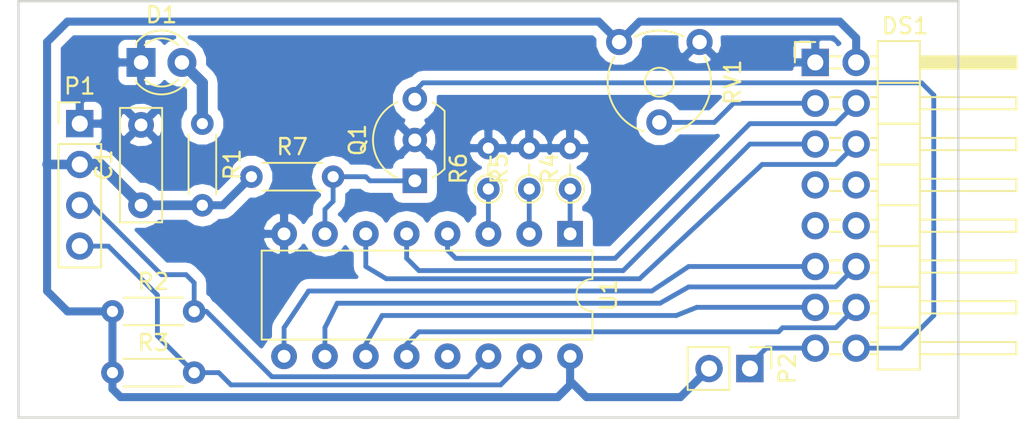
<source format=kicad_pcb>
(kicad_pcb (version 4) (host pcbnew 4.0.6)

  (general
    (links 38)
    (no_connects 0)
    (area 124.506667 112.905 188.435001 140.923333)
    (thickness 1.6)
    (drawings 5)
    (tracks 116)
    (zones 0)
    (modules 15)
    (nets 20)
  )

  (page A4)
  (layers
    (0 F.Cu signal)
    (31 B.Cu signal)
    (32 B.Adhes user)
    (33 F.Adhes user)
    (34 B.Paste user)
    (35 F.Paste user)
    (36 B.SilkS user)
    (37 F.SilkS user)
    (38 B.Mask user)
    (39 F.Mask user)
    (40 Dwgs.User user)
    (41 Cmts.User user)
    (42 Eco1.User user)
    (43 Eco2.User user)
    (44 Edge.Cuts user)
    (45 Margin user)
    (46 B.CrtYd user)
    (47 F.CrtYd user)
    (48 B.Fab user)
    (49 F.Fab user)
  )

  (setup
    (last_trace_width 0.3)
    (trace_clearance 0.2)
    (zone_clearance 1)
    (zone_45_only no)
    (trace_min 0.2)
    (segment_width 0.2)
    (edge_width 0.15)
    (via_size 1)
    (via_drill 0.8)
    (via_min_size 0.4)
    (via_min_drill 0.3)
    (uvia_size 0.3)
    (uvia_drill 0.1)
    (uvias_allowed no)
    (uvia_min_size 0.2)
    (uvia_min_drill 0.1)
    (pcb_text_width 0.3)
    (pcb_text_size 1.5 1.5)
    (mod_edge_width 0.15)
    (mod_text_size 1 1)
    (mod_text_width 0.15)
    (pad_size 1.524 1.524)
    (pad_drill 0.762)
    (pad_to_mask_clearance 0.2)
    (aux_axis_origin 0 0)
    (visible_elements 7FFFEFFF)
    (pcbplotparams
      (layerselection 0x00030_80000001)
      (usegerberextensions false)
      (excludeedgelayer true)
      (linewidth 0.150000)
      (plotframeref false)
      (viasonmask false)
      (mode 1)
      (useauxorigin false)
      (hpglpennumber 1)
      (hpglpenspeed 20)
      (hpglpendiameter 15)
      (hpglpenoverlay 2)
      (psnegative false)
      (psa4output false)
      (plotreference true)
      (plotvalue true)
      (plotinvisibletext false)
      (padsonsilk false)
      (subtractmaskfromsilk false)
      (outputformat 1)
      (mirror false)
      (drillshape 1)
      (scaleselection 1)
      (outputdirectory ""))
  )

  (net 0 "")
  (net 1 VCC)
  (net 2 GND)
  (net 3 "Net-(D1-Pad2)")
  (net 4 VO)
  (net 5 "Net-(DS1-Pad4)")
  (net 6 "Net-(DS1-Pad5)")
  (net 7 "Net-(DS1-Pad6)")
  (net 8 "Net-(DS1-Pad11)")
  (net 9 "Net-(DS1-Pad12)")
  (net 10 "Net-(DS1-Pad13)")
  (net 11 "Net-(DS1-Pad14)")
  (net 12 /LED-)
  (net 13 LED+)
  (net 14 "Net-(Q1-Pad1)")
  (net 15 "Net-(P1-Pad3)")
  (net 16 "Net-(P1-Pad4)")
  (net 17 "Net-(R4-Pad1)")
  (net 18 "Net-(R5-Pad1)")
  (net 19 "Net-(R6-Pad1)")

  (net_class Default "This is the default net class."
    (clearance 0.2)
    (trace_width 0.3)
    (via_dia 1)
    (via_drill 0.8)
    (uvia_dia 0.3)
    (uvia_drill 0.1)
    (add_net /LED-)
    (add_net LED+)
    (add_net "Net-(D1-Pad2)")
    (add_net "Net-(DS1-Pad11)")
    (add_net "Net-(DS1-Pad12)")
    (add_net "Net-(DS1-Pad13)")
    (add_net "Net-(DS1-Pad14)")
    (add_net "Net-(DS1-Pad4)")
    (add_net "Net-(DS1-Pad5)")
    (add_net "Net-(DS1-Pad6)")
    (add_net "Net-(P1-Pad3)")
    (add_net "Net-(P1-Pad4)")
    (add_net "Net-(Q1-Pad1)")
    (add_net "Net-(R4-Pad1)")
    (add_net "Net-(R5-Pad1)")
    (add_net "Net-(R6-Pad1)")
    (add_net VO)
  )

  (net_class Power ""
    (clearance 0.2)
    (trace_width 0.5)
    (via_dia 0.6)
    (via_drill 0.4)
    (uvia_dia 0.3)
    (uvia_drill 0.1)
    (add_net GND)
    (add_net VCC)
  )

  (net_class Signal ""
    (clearance 0.2)
    (trace_width 0.3)
    (via_dia 0.9)
    (via_drill 0.4)
    (uvia_dia 0.3)
    (uvia_drill 0.1)
  )

  (module Housings_DIP:DIP-16_W7.62mm (layer F.Cu) (tedit 58CC8E2D) (tstamp 58F771D9)
    (at 160.02 127.508 270)
    (descr "16-lead dip package, row spacing 7.62 mm (300 mils)")
    (tags "DIL DIP PDIP 2.54mm 7.62mm 300mil")
    (path /58F75CDC)
    (fp_text reference U1 (at 3.81 -2.39 270) (layer F.SilkS)
      (effects (font (size 1 1) (thickness 0.15)))
    )
    (fp_text value PCF8574 (at 3.81 20.17 270) (layer F.Fab)
      (effects (font (size 1 1) (thickness 0.15)))
    )
    (fp_text user %R (at 3.81 8.89 270) (layer F.Fab)
      (effects (font (size 1 1) (thickness 0.15)))
    )
    (fp_line (start 1.635 -1.27) (end 6.985 -1.27) (layer F.Fab) (width 0.1))
    (fp_line (start 6.985 -1.27) (end 6.985 19.05) (layer F.Fab) (width 0.1))
    (fp_line (start 6.985 19.05) (end 0.635 19.05) (layer F.Fab) (width 0.1))
    (fp_line (start 0.635 19.05) (end 0.635 -0.27) (layer F.Fab) (width 0.1))
    (fp_line (start 0.635 -0.27) (end 1.635 -1.27) (layer F.Fab) (width 0.1))
    (fp_line (start 2.81 -1.39) (end 1.04 -1.39) (layer F.SilkS) (width 0.12))
    (fp_line (start 1.04 -1.39) (end 1.04 19.17) (layer F.SilkS) (width 0.12))
    (fp_line (start 1.04 19.17) (end 6.58 19.17) (layer F.SilkS) (width 0.12))
    (fp_line (start 6.58 19.17) (end 6.58 -1.39) (layer F.SilkS) (width 0.12))
    (fp_line (start 6.58 -1.39) (end 4.81 -1.39) (layer F.SilkS) (width 0.12))
    (fp_line (start -1.1 -1.6) (end -1.1 19.3) (layer F.CrtYd) (width 0.05))
    (fp_line (start -1.1 19.3) (end 8.7 19.3) (layer F.CrtYd) (width 0.05))
    (fp_line (start 8.7 19.3) (end 8.7 -1.6) (layer F.CrtYd) (width 0.05))
    (fp_line (start 8.7 -1.6) (end -1.1 -1.6) (layer F.CrtYd) (width 0.05))
    (fp_arc (start 3.81 -1.39) (end 2.81 -1.39) (angle -180) (layer F.SilkS) (width 0.12))
    (pad 1 thru_hole rect (at 0 0 270) (size 1.6 1.6) (drill 0.8) (layers *.Cu *.Mask)
      (net 17 "Net-(R4-Pad1)"))
    (pad 9 thru_hole oval (at 7.62 17.78 270) (size 1.6 1.6) (drill 0.8) (layers *.Cu *.Mask)
      (net 8 "Net-(DS1-Pad11)"))
    (pad 2 thru_hole oval (at 0 2.54 270) (size 1.6 1.6) (drill 0.8) (layers *.Cu *.Mask)
      (net 18 "Net-(R5-Pad1)"))
    (pad 10 thru_hole oval (at 7.62 15.24 270) (size 1.6 1.6) (drill 0.8) (layers *.Cu *.Mask)
      (net 9 "Net-(DS1-Pad12)"))
    (pad 3 thru_hole oval (at 0 5.08 270) (size 1.6 1.6) (drill 0.8) (layers *.Cu *.Mask)
      (net 19 "Net-(R6-Pad1)"))
    (pad 11 thru_hole oval (at 7.62 12.7 270) (size 1.6 1.6) (drill 0.8) (layers *.Cu *.Mask)
      (net 10 "Net-(DS1-Pad13)"))
    (pad 4 thru_hole oval (at 0 7.62 270) (size 1.6 1.6) (drill 0.8) (layers *.Cu *.Mask)
      (net 5 "Net-(DS1-Pad4)"))
    (pad 12 thru_hole oval (at 7.62 10.16 270) (size 1.6 1.6) (drill 0.8) (layers *.Cu *.Mask)
      (net 11 "Net-(DS1-Pad14)"))
    (pad 5 thru_hole oval (at 0 10.16 270) (size 1.6 1.6) (drill 0.8) (layers *.Cu *.Mask)
      (net 6 "Net-(DS1-Pad5)"))
    (pad 13 thru_hole oval (at 7.62 7.62 270) (size 1.6 1.6) (drill 0.8) (layers *.Cu *.Mask))
    (pad 6 thru_hole oval (at 0 12.7 270) (size 1.6 1.6) (drill 0.8) (layers *.Cu *.Mask)
      (net 7 "Net-(DS1-Pad6)"))
    (pad 14 thru_hole oval (at 7.62 5.08 270) (size 1.6 1.6) (drill 0.8) (layers *.Cu *.Mask)
      (net 15 "Net-(P1-Pad3)"))
    (pad 7 thru_hole oval (at 0 15.24 270) (size 1.6 1.6) (drill 0.8) (layers *.Cu *.Mask)
      (net 14 "Net-(Q1-Pad1)"))
    (pad 15 thru_hole oval (at 7.62 2.54 270) (size 1.6 1.6) (drill 0.8) (layers *.Cu *.Mask)
      (net 16 "Net-(P1-Pad4)"))
    (pad 8 thru_hole oval (at 0 17.78 270) (size 1.6 1.6) (drill 0.8) (layers *.Cu *.Mask)
      (net 2 GND))
    (pad 16 thru_hole oval (at 7.62 0 270) (size 1.6 1.6) (drill 0.8) (layers *.Cu *.Mask)
      (net 1 VCC))
    (model Housings_DIP.3dshapes/DIP-16_W7.62mm.wrl
      (at (xyz 0 0 0))
      (scale (xyz 1 1 1))
      (rotate (xyz 0 0 0))
    )
  )

  (module Pin_Headers:Pin_Header_Angled_2x08_Pitch2.54mm (layer F.Cu) (tedit 58CD4EC5) (tstamp 58F77181)
    (at 175.26 116.84)
    (descr "Through hole angled pin header, 2x08, 2.54mm pitch, 6mm pin length, double rows")
    (tags "Through hole angled pin header THT 2x08 2.54mm double row")
    (path /58F76248)
    (fp_text reference DS1 (at 5.585 -2.27) (layer F.SilkS)
      (effects (font (size 1 1) (thickness 0.15)))
    )
    (fp_text value LCD16X2 (at 5.585 20.05) (layer F.Fab)
      (effects (font (size 1 1) (thickness 0.15)))
    )
    (fp_line (start 3.94 -1.27) (end 3.94 1.27) (layer F.Fab) (width 0.1))
    (fp_line (start 3.94 1.27) (end 6.44 1.27) (layer F.Fab) (width 0.1))
    (fp_line (start 6.44 1.27) (end 6.44 -1.27) (layer F.Fab) (width 0.1))
    (fp_line (start 6.44 -1.27) (end 3.94 -1.27) (layer F.Fab) (width 0.1))
    (fp_line (start 0 -0.32) (end 0 0.32) (layer F.Fab) (width 0.1))
    (fp_line (start 0 0.32) (end 12.44 0.32) (layer F.Fab) (width 0.1))
    (fp_line (start 12.44 0.32) (end 12.44 -0.32) (layer F.Fab) (width 0.1))
    (fp_line (start 12.44 -0.32) (end 0 -0.32) (layer F.Fab) (width 0.1))
    (fp_line (start 3.94 1.27) (end 3.94 3.81) (layer F.Fab) (width 0.1))
    (fp_line (start 3.94 3.81) (end 6.44 3.81) (layer F.Fab) (width 0.1))
    (fp_line (start 6.44 3.81) (end 6.44 1.27) (layer F.Fab) (width 0.1))
    (fp_line (start 6.44 1.27) (end 3.94 1.27) (layer F.Fab) (width 0.1))
    (fp_line (start 0 2.22) (end 0 2.86) (layer F.Fab) (width 0.1))
    (fp_line (start 0 2.86) (end 12.44 2.86) (layer F.Fab) (width 0.1))
    (fp_line (start 12.44 2.86) (end 12.44 2.22) (layer F.Fab) (width 0.1))
    (fp_line (start 12.44 2.22) (end 0 2.22) (layer F.Fab) (width 0.1))
    (fp_line (start 3.94 3.81) (end 3.94 6.35) (layer F.Fab) (width 0.1))
    (fp_line (start 3.94 6.35) (end 6.44 6.35) (layer F.Fab) (width 0.1))
    (fp_line (start 6.44 6.35) (end 6.44 3.81) (layer F.Fab) (width 0.1))
    (fp_line (start 6.44 3.81) (end 3.94 3.81) (layer F.Fab) (width 0.1))
    (fp_line (start 0 4.76) (end 0 5.4) (layer F.Fab) (width 0.1))
    (fp_line (start 0 5.4) (end 12.44 5.4) (layer F.Fab) (width 0.1))
    (fp_line (start 12.44 5.4) (end 12.44 4.76) (layer F.Fab) (width 0.1))
    (fp_line (start 12.44 4.76) (end 0 4.76) (layer F.Fab) (width 0.1))
    (fp_line (start 3.94 6.35) (end 3.94 8.89) (layer F.Fab) (width 0.1))
    (fp_line (start 3.94 8.89) (end 6.44 8.89) (layer F.Fab) (width 0.1))
    (fp_line (start 6.44 8.89) (end 6.44 6.35) (layer F.Fab) (width 0.1))
    (fp_line (start 6.44 6.35) (end 3.94 6.35) (layer F.Fab) (width 0.1))
    (fp_line (start 0 7.3) (end 0 7.94) (layer F.Fab) (width 0.1))
    (fp_line (start 0 7.94) (end 12.44 7.94) (layer F.Fab) (width 0.1))
    (fp_line (start 12.44 7.94) (end 12.44 7.3) (layer F.Fab) (width 0.1))
    (fp_line (start 12.44 7.3) (end 0 7.3) (layer F.Fab) (width 0.1))
    (fp_line (start 3.94 8.89) (end 3.94 11.43) (layer F.Fab) (width 0.1))
    (fp_line (start 3.94 11.43) (end 6.44 11.43) (layer F.Fab) (width 0.1))
    (fp_line (start 6.44 11.43) (end 6.44 8.89) (layer F.Fab) (width 0.1))
    (fp_line (start 6.44 8.89) (end 3.94 8.89) (layer F.Fab) (width 0.1))
    (fp_line (start 0 9.84) (end 0 10.48) (layer F.Fab) (width 0.1))
    (fp_line (start 0 10.48) (end 12.44 10.48) (layer F.Fab) (width 0.1))
    (fp_line (start 12.44 10.48) (end 12.44 9.84) (layer F.Fab) (width 0.1))
    (fp_line (start 12.44 9.84) (end 0 9.84) (layer F.Fab) (width 0.1))
    (fp_line (start 3.94 11.43) (end 3.94 13.97) (layer F.Fab) (width 0.1))
    (fp_line (start 3.94 13.97) (end 6.44 13.97) (layer F.Fab) (width 0.1))
    (fp_line (start 6.44 13.97) (end 6.44 11.43) (layer F.Fab) (width 0.1))
    (fp_line (start 6.44 11.43) (end 3.94 11.43) (layer F.Fab) (width 0.1))
    (fp_line (start 0 12.38) (end 0 13.02) (layer F.Fab) (width 0.1))
    (fp_line (start 0 13.02) (end 12.44 13.02) (layer F.Fab) (width 0.1))
    (fp_line (start 12.44 13.02) (end 12.44 12.38) (layer F.Fab) (width 0.1))
    (fp_line (start 12.44 12.38) (end 0 12.38) (layer F.Fab) (width 0.1))
    (fp_line (start 3.94 13.97) (end 3.94 16.51) (layer F.Fab) (width 0.1))
    (fp_line (start 3.94 16.51) (end 6.44 16.51) (layer F.Fab) (width 0.1))
    (fp_line (start 6.44 16.51) (end 6.44 13.97) (layer F.Fab) (width 0.1))
    (fp_line (start 6.44 13.97) (end 3.94 13.97) (layer F.Fab) (width 0.1))
    (fp_line (start 0 14.92) (end 0 15.56) (layer F.Fab) (width 0.1))
    (fp_line (start 0 15.56) (end 12.44 15.56) (layer F.Fab) (width 0.1))
    (fp_line (start 12.44 15.56) (end 12.44 14.92) (layer F.Fab) (width 0.1))
    (fp_line (start 12.44 14.92) (end 0 14.92) (layer F.Fab) (width 0.1))
    (fp_line (start 3.94 16.51) (end 3.94 19.05) (layer F.Fab) (width 0.1))
    (fp_line (start 3.94 19.05) (end 6.44 19.05) (layer F.Fab) (width 0.1))
    (fp_line (start 6.44 19.05) (end 6.44 16.51) (layer F.Fab) (width 0.1))
    (fp_line (start 6.44 16.51) (end 3.94 16.51) (layer F.Fab) (width 0.1))
    (fp_line (start 0 17.46) (end 0 18.1) (layer F.Fab) (width 0.1))
    (fp_line (start 0 18.1) (end 12.44 18.1) (layer F.Fab) (width 0.1))
    (fp_line (start 12.44 18.1) (end 12.44 17.46) (layer F.Fab) (width 0.1))
    (fp_line (start 12.44 17.46) (end 0 17.46) (layer F.Fab) (width 0.1))
    (fp_line (start 3.88 -1.33) (end 3.88 1.27) (layer F.SilkS) (width 0.12))
    (fp_line (start 3.88 1.27) (end 6.5 1.27) (layer F.SilkS) (width 0.12))
    (fp_line (start 6.5 1.27) (end 6.5 -1.33) (layer F.SilkS) (width 0.12))
    (fp_line (start 6.5 -1.33) (end 3.88 -1.33) (layer F.SilkS) (width 0.12))
    (fp_line (start 6.5 -0.38) (end 6.5 0.38) (layer F.SilkS) (width 0.12))
    (fp_line (start 6.5 0.38) (end 12.5 0.38) (layer F.SilkS) (width 0.12))
    (fp_line (start 12.5 0.38) (end 12.5 -0.38) (layer F.SilkS) (width 0.12))
    (fp_line (start 12.5 -0.38) (end 6.5 -0.38) (layer F.SilkS) (width 0.12))
    (fp_line (start 3.45 -0.38) (end 3.88 -0.38) (layer F.SilkS) (width 0.12))
    (fp_line (start 3.45 0.38) (end 3.88 0.38) (layer F.SilkS) (width 0.12))
    (fp_line (start 0.91 -0.38) (end 1.63 -0.38) (layer F.SilkS) (width 0.12))
    (fp_line (start 0.91 0.38) (end 1.63 0.38) (layer F.SilkS) (width 0.12))
    (fp_line (start 6.5 -0.26) (end 12.5 -0.26) (layer F.SilkS) (width 0.12))
    (fp_line (start 6.5 -0.14) (end 12.5 -0.14) (layer F.SilkS) (width 0.12))
    (fp_line (start 6.5 -0.02) (end 12.5 -0.02) (layer F.SilkS) (width 0.12))
    (fp_line (start 6.5 0.1) (end 12.5 0.1) (layer F.SilkS) (width 0.12))
    (fp_line (start 6.5 0.22) (end 12.5 0.22) (layer F.SilkS) (width 0.12))
    (fp_line (start 6.5 0.34) (end 12.5 0.34) (layer F.SilkS) (width 0.12))
    (fp_line (start 3.88 1.27) (end 3.88 3.81) (layer F.SilkS) (width 0.12))
    (fp_line (start 3.88 3.81) (end 6.5 3.81) (layer F.SilkS) (width 0.12))
    (fp_line (start 6.5 3.81) (end 6.5 1.27) (layer F.SilkS) (width 0.12))
    (fp_line (start 6.5 1.27) (end 3.88 1.27) (layer F.SilkS) (width 0.12))
    (fp_line (start 6.5 2.16) (end 6.5 2.92) (layer F.SilkS) (width 0.12))
    (fp_line (start 6.5 2.92) (end 12.5 2.92) (layer F.SilkS) (width 0.12))
    (fp_line (start 12.5 2.92) (end 12.5 2.16) (layer F.SilkS) (width 0.12))
    (fp_line (start 12.5 2.16) (end 6.5 2.16) (layer F.SilkS) (width 0.12))
    (fp_line (start 3.45 2.16) (end 3.88 2.16) (layer F.SilkS) (width 0.12))
    (fp_line (start 3.45 2.92) (end 3.88 2.92) (layer F.SilkS) (width 0.12))
    (fp_line (start 0.91 2.16) (end 1.63 2.16) (layer F.SilkS) (width 0.12))
    (fp_line (start 0.91 2.92) (end 1.63 2.92) (layer F.SilkS) (width 0.12))
    (fp_line (start 3.88 3.81) (end 3.88 6.35) (layer F.SilkS) (width 0.12))
    (fp_line (start 3.88 6.35) (end 6.5 6.35) (layer F.SilkS) (width 0.12))
    (fp_line (start 6.5 6.35) (end 6.5 3.81) (layer F.SilkS) (width 0.12))
    (fp_line (start 6.5 3.81) (end 3.88 3.81) (layer F.SilkS) (width 0.12))
    (fp_line (start 6.5 4.7) (end 6.5 5.46) (layer F.SilkS) (width 0.12))
    (fp_line (start 6.5 5.46) (end 12.5 5.46) (layer F.SilkS) (width 0.12))
    (fp_line (start 12.5 5.46) (end 12.5 4.7) (layer F.SilkS) (width 0.12))
    (fp_line (start 12.5 4.7) (end 6.5 4.7) (layer F.SilkS) (width 0.12))
    (fp_line (start 3.45 4.7) (end 3.88 4.7) (layer F.SilkS) (width 0.12))
    (fp_line (start 3.45 5.46) (end 3.88 5.46) (layer F.SilkS) (width 0.12))
    (fp_line (start 0.91 4.7) (end 1.63 4.7) (layer F.SilkS) (width 0.12))
    (fp_line (start 0.91 5.46) (end 1.63 5.46) (layer F.SilkS) (width 0.12))
    (fp_line (start 3.88 6.35) (end 3.88 8.89) (layer F.SilkS) (width 0.12))
    (fp_line (start 3.88 8.89) (end 6.5 8.89) (layer F.SilkS) (width 0.12))
    (fp_line (start 6.5 8.89) (end 6.5 6.35) (layer F.SilkS) (width 0.12))
    (fp_line (start 6.5 6.35) (end 3.88 6.35) (layer F.SilkS) (width 0.12))
    (fp_line (start 6.5 7.24) (end 6.5 8) (layer F.SilkS) (width 0.12))
    (fp_line (start 6.5 8) (end 12.5 8) (layer F.SilkS) (width 0.12))
    (fp_line (start 12.5 8) (end 12.5 7.24) (layer F.SilkS) (width 0.12))
    (fp_line (start 12.5 7.24) (end 6.5 7.24) (layer F.SilkS) (width 0.12))
    (fp_line (start 3.45 7.24) (end 3.88 7.24) (layer F.SilkS) (width 0.12))
    (fp_line (start 3.45 8) (end 3.88 8) (layer F.SilkS) (width 0.12))
    (fp_line (start 0.91 7.24) (end 1.63 7.24) (layer F.SilkS) (width 0.12))
    (fp_line (start 0.91 8) (end 1.63 8) (layer F.SilkS) (width 0.12))
    (fp_line (start 3.88 8.89) (end 3.88 11.43) (layer F.SilkS) (width 0.12))
    (fp_line (start 3.88 11.43) (end 6.5 11.43) (layer F.SilkS) (width 0.12))
    (fp_line (start 6.5 11.43) (end 6.5 8.89) (layer F.SilkS) (width 0.12))
    (fp_line (start 6.5 8.89) (end 3.88 8.89) (layer F.SilkS) (width 0.12))
    (fp_line (start 6.5 9.78) (end 6.5 10.54) (layer F.SilkS) (width 0.12))
    (fp_line (start 6.5 10.54) (end 12.5 10.54) (layer F.SilkS) (width 0.12))
    (fp_line (start 12.5 10.54) (end 12.5 9.78) (layer F.SilkS) (width 0.12))
    (fp_line (start 12.5 9.78) (end 6.5 9.78) (layer F.SilkS) (width 0.12))
    (fp_line (start 3.45 9.78) (end 3.88 9.78) (layer F.SilkS) (width 0.12))
    (fp_line (start 3.45 10.54) (end 3.88 10.54) (layer F.SilkS) (width 0.12))
    (fp_line (start 0.91 9.78) (end 1.63 9.78) (layer F.SilkS) (width 0.12))
    (fp_line (start 0.91 10.54) (end 1.63 10.54) (layer F.SilkS) (width 0.12))
    (fp_line (start 3.88 11.43) (end 3.88 13.97) (layer F.SilkS) (width 0.12))
    (fp_line (start 3.88 13.97) (end 6.5 13.97) (layer F.SilkS) (width 0.12))
    (fp_line (start 6.5 13.97) (end 6.5 11.43) (layer F.SilkS) (width 0.12))
    (fp_line (start 6.5 11.43) (end 3.88 11.43) (layer F.SilkS) (width 0.12))
    (fp_line (start 6.5 12.32) (end 6.5 13.08) (layer F.SilkS) (width 0.12))
    (fp_line (start 6.5 13.08) (end 12.5 13.08) (layer F.SilkS) (width 0.12))
    (fp_line (start 12.5 13.08) (end 12.5 12.32) (layer F.SilkS) (width 0.12))
    (fp_line (start 12.5 12.32) (end 6.5 12.32) (layer F.SilkS) (width 0.12))
    (fp_line (start 3.45 12.32) (end 3.88 12.32) (layer F.SilkS) (width 0.12))
    (fp_line (start 3.45 13.08) (end 3.88 13.08) (layer F.SilkS) (width 0.12))
    (fp_line (start 0.91 12.32) (end 1.63 12.32) (layer F.SilkS) (width 0.12))
    (fp_line (start 0.91 13.08) (end 1.63 13.08) (layer F.SilkS) (width 0.12))
    (fp_line (start 3.88 13.97) (end 3.88 16.51) (layer F.SilkS) (width 0.12))
    (fp_line (start 3.88 16.51) (end 6.5 16.51) (layer F.SilkS) (width 0.12))
    (fp_line (start 6.5 16.51) (end 6.5 13.97) (layer F.SilkS) (width 0.12))
    (fp_line (start 6.5 13.97) (end 3.88 13.97) (layer F.SilkS) (width 0.12))
    (fp_line (start 6.5 14.86) (end 6.5 15.62) (layer F.SilkS) (width 0.12))
    (fp_line (start 6.5 15.62) (end 12.5 15.62) (layer F.SilkS) (width 0.12))
    (fp_line (start 12.5 15.62) (end 12.5 14.86) (layer F.SilkS) (width 0.12))
    (fp_line (start 12.5 14.86) (end 6.5 14.86) (layer F.SilkS) (width 0.12))
    (fp_line (start 3.45 14.86) (end 3.88 14.86) (layer F.SilkS) (width 0.12))
    (fp_line (start 3.45 15.62) (end 3.88 15.62) (layer F.SilkS) (width 0.12))
    (fp_line (start 0.91 14.86) (end 1.63 14.86) (layer F.SilkS) (width 0.12))
    (fp_line (start 0.91 15.62) (end 1.63 15.62) (layer F.SilkS) (width 0.12))
    (fp_line (start 3.88 16.51) (end 3.88 19.11) (layer F.SilkS) (width 0.12))
    (fp_line (start 3.88 19.11) (end 6.5 19.11) (layer F.SilkS) (width 0.12))
    (fp_line (start 6.5 19.11) (end 6.5 16.51) (layer F.SilkS) (width 0.12))
    (fp_line (start 6.5 16.51) (end 3.88 16.51) (layer F.SilkS) (width 0.12))
    (fp_line (start 6.5 17.4) (end 6.5 18.16) (layer F.SilkS) (width 0.12))
    (fp_line (start 6.5 18.16) (end 12.5 18.16) (layer F.SilkS) (width 0.12))
    (fp_line (start 12.5 18.16) (end 12.5 17.4) (layer F.SilkS) (width 0.12))
    (fp_line (start 12.5 17.4) (end 6.5 17.4) (layer F.SilkS) (width 0.12))
    (fp_line (start 3.45 17.4) (end 3.88 17.4) (layer F.SilkS) (width 0.12))
    (fp_line (start 3.45 18.16) (end 3.88 18.16) (layer F.SilkS) (width 0.12))
    (fp_line (start 0.91 17.4) (end 1.63 17.4) (layer F.SilkS) (width 0.12))
    (fp_line (start 0.91 18.16) (end 1.63 18.16) (layer F.SilkS) (width 0.12))
    (fp_line (start -1.27 0) (end -1.27 -1.27) (layer F.SilkS) (width 0.12))
    (fp_line (start -1.27 -1.27) (end 0 -1.27) (layer F.SilkS) (width 0.12))
    (fp_line (start -1.8 -1.8) (end -1.8 19.55) (layer F.CrtYd) (width 0.05))
    (fp_line (start -1.8 19.55) (end 12.95 19.55) (layer F.CrtYd) (width 0.05))
    (fp_line (start 12.95 19.55) (end 12.95 -1.8) (layer F.CrtYd) (width 0.05))
    (fp_line (start 12.95 -1.8) (end -1.8 -1.8) (layer F.CrtYd) (width 0.05))
    (fp_text user %R (at 5.585 -2.27) (layer F.Fab)
      (effects (font (size 1 1) (thickness 0.15)))
    )
    (pad 1 thru_hole rect (at 0 0) (size 1.7 1.7) (drill 1) (layers *.Cu *.Mask)
      (net 2 GND))
    (pad 2 thru_hole oval (at 2.54 0) (size 1.7 1.7) (drill 1) (layers *.Cu *.Mask)
      (net 1 VCC))
    (pad 3 thru_hole oval (at 0 2.54) (size 1.7 1.7) (drill 1) (layers *.Cu *.Mask)
      (net 4 VO))
    (pad 4 thru_hole oval (at 2.54 2.54) (size 1.7 1.7) (drill 1) (layers *.Cu *.Mask)
      (net 5 "Net-(DS1-Pad4)"))
    (pad 5 thru_hole oval (at 0 5.08) (size 1.7 1.7) (drill 1) (layers *.Cu *.Mask)
      (net 6 "Net-(DS1-Pad5)"))
    (pad 6 thru_hole oval (at 2.54 5.08) (size 1.7 1.7) (drill 1) (layers *.Cu *.Mask)
      (net 7 "Net-(DS1-Pad6)"))
    (pad 7 thru_hole oval (at 0 7.62) (size 1.7 1.7) (drill 1) (layers *.Cu *.Mask))
    (pad 8 thru_hole oval (at 2.54 7.62) (size 1.7 1.7) (drill 1) (layers *.Cu *.Mask))
    (pad 9 thru_hole oval (at 0 10.16) (size 1.7 1.7) (drill 1) (layers *.Cu *.Mask))
    (pad 10 thru_hole oval (at 2.54 10.16) (size 1.7 1.7) (drill 1) (layers *.Cu *.Mask))
    (pad 11 thru_hole oval (at 0 12.7) (size 1.7 1.7) (drill 1) (layers *.Cu *.Mask)
      (net 8 "Net-(DS1-Pad11)"))
    (pad 12 thru_hole oval (at 2.54 12.7) (size 1.7 1.7) (drill 1) (layers *.Cu *.Mask)
      (net 9 "Net-(DS1-Pad12)"))
    (pad 13 thru_hole oval (at 0 15.24) (size 1.7 1.7) (drill 1) (layers *.Cu *.Mask)
      (net 10 "Net-(DS1-Pad13)"))
    (pad 14 thru_hole oval (at 2.54 15.24) (size 1.7 1.7) (drill 1) (layers *.Cu *.Mask)
      (net 11 "Net-(DS1-Pad14)"))
    (pad 15 thru_hole oval (at 0 17.78) (size 1.7 1.7) (drill 1) (layers *.Cu *.Mask)
      (net 13 LED+))
    (pad 16 thru_hole oval (at 2.54 17.78) (size 1.7 1.7) (drill 1) (layers *.Cu *.Mask)
      (net 12 /LED-))
    (model ${KISYS3DMOD}/Pin_Headers.3dshapes/Pin_Header_Angled_2x08_Pitch2.54mm.wrl
      (at (xyz 0.05 -0.35 0))
      (scale (xyz 1 1 1))
      (rotate (xyz 0 0 90))
    )
  )

  (module Pin_Headers:Pin_Header_Straight_1x02_Pitch2.54mm (layer F.Cu) (tedit 58CD4EC1) (tstamp 58F7718D)
    (at 171.196 135.89 270)
    (descr "Through hole straight pin header, 1x02, 2.54mm pitch, single row")
    (tags "Through hole pin header THT 1x02 2.54mm single row")
    (path /58F77096)
    (fp_text reference P2 (at 0 -2.33 270) (layer F.SilkS)
      (effects (font (size 1 1) (thickness 0.15)))
    )
    (fp_text value CONN_01X02 (at 0 4.87 270) (layer F.Fab)
      (effects (font (size 1 1) (thickness 0.15)))
    )
    (fp_line (start -1.27 -1.27) (end -1.27 3.81) (layer F.Fab) (width 0.1))
    (fp_line (start -1.27 3.81) (end 1.27 3.81) (layer F.Fab) (width 0.1))
    (fp_line (start 1.27 3.81) (end 1.27 -1.27) (layer F.Fab) (width 0.1))
    (fp_line (start 1.27 -1.27) (end -1.27 -1.27) (layer F.Fab) (width 0.1))
    (fp_line (start -1.33 1.27) (end -1.33 3.87) (layer F.SilkS) (width 0.12))
    (fp_line (start -1.33 3.87) (end 1.33 3.87) (layer F.SilkS) (width 0.12))
    (fp_line (start 1.33 3.87) (end 1.33 1.27) (layer F.SilkS) (width 0.12))
    (fp_line (start 1.33 1.27) (end -1.33 1.27) (layer F.SilkS) (width 0.12))
    (fp_line (start -1.33 0) (end -1.33 -1.33) (layer F.SilkS) (width 0.12))
    (fp_line (start -1.33 -1.33) (end 0 -1.33) (layer F.SilkS) (width 0.12))
    (fp_line (start -1.8 -1.8) (end -1.8 4.35) (layer F.CrtYd) (width 0.05))
    (fp_line (start -1.8 4.35) (end 1.8 4.35) (layer F.CrtYd) (width 0.05))
    (fp_line (start 1.8 4.35) (end 1.8 -1.8) (layer F.CrtYd) (width 0.05))
    (fp_line (start 1.8 -1.8) (end -1.8 -1.8) (layer F.CrtYd) (width 0.05))
    (fp_text user %R (at 0 -2.33 270) (layer F.Fab)
      (effects (font (size 1 1) (thickness 0.15)))
    )
    (pad 1 thru_hole rect (at 0 0 270) (size 1.7 1.7) (drill 1) (layers *.Cu *.Mask)
      (net 13 LED+))
    (pad 2 thru_hole oval (at 0 2.54 270) (size 1.7 1.7) (drill 1) (layers *.Cu *.Mask)
      (net 1 VCC))
    (model ${KISYS3DMOD}/Pin_Headers.3dshapes/Pin_Header_Straight_1x02_Pitch2.54mm.wrl
      (at (xyz 0 -0.05 0))
      (scale (xyz 1 1 1))
      (rotate (xyz 0 0 90))
    )
  )

  (module Pin_Headers:Pin_Header_Straight_1x04_Pitch2.54mm (layer F.Cu) (tedit 58CD4EC1) (tstamp 58F77267)
    (at 129.54 120.65)
    (descr "Through hole straight pin header, 1x04, 2.54mm pitch, single row")
    (tags "Through hole pin header THT 1x04 2.54mm single row")
    (path /58F762C3)
    (fp_text reference P1 (at 0 -2.33) (layer F.SilkS)
      (effects (font (size 1 1) (thickness 0.15)))
    )
    (fp_text value CONN_01X04 (at 0 9.95) (layer F.Fab)
      (effects (font (size 1 1) (thickness 0.15)))
    )
    (fp_line (start -1.27 -1.27) (end -1.27 8.89) (layer F.Fab) (width 0.1))
    (fp_line (start -1.27 8.89) (end 1.27 8.89) (layer F.Fab) (width 0.1))
    (fp_line (start 1.27 8.89) (end 1.27 -1.27) (layer F.Fab) (width 0.1))
    (fp_line (start 1.27 -1.27) (end -1.27 -1.27) (layer F.Fab) (width 0.1))
    (fp_line (start -1.33 1.27) (end -1.33 8.95) (layer F.SilkS) (width 0.12))
    (fp_line (start -1.33 8.95) (end 1.33 8.95) (layer F.SilkS) (width 0.12))
    (fp_line (start 1.33 8.95) (end 1.33 1.27) (layer F.SilkS) (width 0.12))
    (fp_line (start 1.33 1.27) (end -1.33 1.27) (layer F.SilkS) (width 0.12))
    (fp_line (start -1.33 0) (end -1.33 -1.33) (layer F.SilkS) (width 0.12))
    (fp_line (start -1.33 -1.33) (end 0 -1.33) (layer F.SilkS) (width 0.12))
    (fp_line (start -1.8 -1.8) (end -1.8 9.4) (layer F.CrtYd) (width 0.05))
    (fp_line (start -1.8 9.4) (end 1.8 9.4) (layer F.CrtYd) (width 0.05))
    (fp_line (start 1.8 9.4) (end 1.8 -1.8) (layer F.CrtYd) (width 0.05))
    (fp_line (start 1.8 -1.8) (end -1.8 -1.8) (layer F.CrtYd) (width 0.05))
    (fp_text user %R (at 0 -2.33) (layer F.Fab)
      (effects (font (size 1 1) (thickness 0.15)))
    )
    (pad 1 thru_hole rect (at 0 0) (size 1.7 1.7) (drill 1) (layers *.Cu *.Mask)
      (net 2 GND))
    (pad 2 thru_hole oval (at 0 2.54) (size 1.7 1.7) (drill 1) (layers *.Cu *.Mask)
      (net 1 VCC))
    (pad 3 thru_hole oval (at 0 5.08) (size 1.7 1.7) (drill 1) (layers *.Cu *.Mask)
      (net 15 "Net-(P1-Pad3)"))
    (pad 4 thru_hole oval (at 0 7.62) (size 1.7 1.7) (drill 1) (layers *.Cu *.Mask)
      (net 16 "Net-(P1-Pad4)"))
    (model ${KISYS3DMOD}/Pin_Headers.3dshapes/Pin_Header_Straight_1x04_Pitch2.54mm.wrl
      (at (xyz 0 -0.15 0))
      (scale (xyz 1 1 1))
      (rotate (xyz 0 0 90))
    )
  )

  (module Capacitors_THT:C_Rect_L7.0mm_W2.5mm_P5.00mm (layer F.Cu) (tedit 58765D05) (tstamp 58F77BB2)
    (at 133.35 125.73 90)
    (descr "C, Rect series, Radial, pin pitch=5.00mm, , length*width=7*2.5mm^2, Capacitor")
    (tags "C Rect series Radial pin pitch 5.00mm  length 7mm width 2.5mm Capacitor")
    (path /58F76837)
    (fp_text reference C1 (at 2.5 -2.31 90) (layer F.SilkS)
      (effects (font (size 1 1) (thickness 0.15)))
    )
    (fp_text value 0.1uF (at 2.5 2.31 90) (layer F.Fab)
      (effects (font (size 1 1) (thickness 0.15)))
    )
    (fp_line (start -1 -1.25) (end -1 1.25) (layer F.Fab) (width 0.1))
    (fp_line (start -1 1.25) (end 6 1.25) (layer F.Fab) (width 0.1))
    (fp_line (start 6 1.25) (end 6 -1.25) (layer F.Fab) (width 0.1))
    (fp_line (start 6 -1.25) (end -1 -1.25) (layer F.Fab) (width 0.1))
    (fp_line (start -1.06 -1.31) (end 6.06 -1.31) (layer F.SilkS) (width 0.12))
    (fp_line (start -1.06 1.31) (end 6.06 1.31) (layer F.SilkS) (width 0.12))
    (fp_line (start -1.06 -1.31) (end -1.06 1.31) (layer F.SilkS) (width 0.12))
    (fp_line (start 6.06 -1.31) (end 6.06 1.31) (layer F.SilkS) (width 0.12))
    (fp_line (start -1.35 -1.6) (end -1.35 1.6) (layer F.CrtYd) (width 0.05))
    (fp_line (start -1.35 1.6) (end 6.35 1.6) (layer F.CrtYd) (width 0.05))
    (fp_line (start 6.35 1.6) (end 6.35 -1.6) (layer F.CrtYd) (width 0.05))
    (fp_line (start 6.35 -1.6) (end -1.35 -1.6) (layer F.CrtYd) (width 0.05))
    (pad 1 thru_hole circle (at 0 0 90) (size 1.6 1.6) (drill 0.8) (layers *.Cu *.Mask)
      (net 1 VCC))
    (pad 2 thru_hole circle (at 5 0 90) (size 1.6 1.6) (drill 0.8) (layers *.Cu *.Mask)
      (net 2 GND))
    (model Capacitors_THT.3dshapes/C_Rect_L7.0mm_W2.5mm_P5.00mm.wrl
      (at (xyz 0 0 0))
      (scale (xyz 0.393701 0.393701 0.393701))
      (rotate (xyz 0 0 0))
    )
  )

  (module LEDs:LED_D3.0mm (layer F.Cu) (tedit 587A3A7B) (tstamp 58F77BB7)
    (at 133.35 116.84)
    (descr "LED, diameter 3.0mm, 2 pins")
    (tags "LED diameter 3.0mm 2 pins")
    (path /58F76501)
    (fp_text reference D1 (at 1.27 -2.96) (layer F.SilkS)
      (effects (font (size 1 1) (thickness 0.15)))
    )
    (fp_text value LED (at 1.27 2.96) (layer F.Fab)
      (effects (font (size 1 1) (thickness 0.15)))
    )
    (fp_arc (start 1.27 0) (end -0.23 -1.16619) (angle 284.3) (layer F.Fab) (width 0.1))
    (fp_arc (start 1.27 0) (end -0.29 -1.235516) (angle 108.8) (layer F.SilkS) (width 0.12))
    (fp_arc (start 1.27 0) (end -0.29 1.235516) (angle -108.8) (layer F.SilkS) (width 0.12))
    (fp_arc (start 1.27 0) (end 0.229039 -1.08) (angle 87.9) (layer F.SilkS) (width 0.12))
    (fp_arc (start 1.27 0) (end 0.229039 1.08) (angle -87.9) (layer F.SilkS) (width 0.12))
    (fp_circle (center 1.27 0) (end 2.77 0) (layer F.Fab) (width 0.1))
    (fp_line (start -0.23 -1.16619) (end -0.23 1.16619) (layer F.Fab) (width 0.1))
    (fp_line (start -0.29 -1.236) (end -0.29 -1.08) (layer F.SilkS) (width 0.12))
    (fp_line (start -0.29 1.08) (end -0.29 1.236) (layer F.SilkS) (width 0.12))
    (fp_line (start -1.15 -2.25) (end -1.15 2.25) (layer F.CrtYd) (width 0.05))
    (fp_line (start -1.15 2.25) (end 3.7 2.25) (layer F.CrtYd) (width 0.05))
    (fp_line (start 3.7 2.25) (end 3.7 -2.25) (layer F.CrtYd) (width 0.05))
    (fp_line (start 3.7 -2.25) (end -1.15 -2.25) (layer F.CrtYd) (width 0.05))
    (pad 1 thru_hole rect (at 0 0) (size 1.8 1.8) (drill 0.9) (layers *.Cu *.Mask)
      (net 2 GND))
    (pad 2 thru_hole circle (at 2.54 0) (size 1.8 1.8) (drill 0.9) (layers *.Cu *.Mask)
      (net 3 "Net-(D1-Pad2)"))
    (model LEDs.3dshapes/LED_D3.0mm.wrl
      (at (xyz 0 0 0))
      (scale (xyz 0.393701 0.393701 0.393701))
      (rotate (xyz 0 0 0))
    )
  )

  (module Resistors_THT:R_Axial_DIN0204_L3.6mm_D1.6mm_P2.54mm_Vertical (layer F.Cu) (tedit 58F7AEAE) (tstamp 58F77BD1)
    (at 160.02 124.714 90)
    (descr "Resistor, Axial_DIN0204 series, Axial, Vertical, pin pitch=2.54mm, 0.16666666666666666W = 1/6W, length*diameter=3.6*1.6mm^2, http://cdn-reichelt.de/documents/datenblatt/B400/1_4W%23YAG.pdf")
    (tags "Resistor Axial_DIN0204 series Axial Vertical pin pitch 2.54mm 0.16666666666666666W = 1/6W length 3.6mm diameter 1.6mm")
    (path /58F75EE2)
    (fp_text reference R4 (at 1.27 -1.27 90) (layer F.SilkS)
      (effects (font (size 1 1) (thickness 0.15)))
    )
    (fp_text value Short (at 1.27 1.86 90) (layer F.Fab)
      (effects (font (size 1 1) (thickness 0.15)))
    )
    (fp_circle (center 0 0) (end 0.8 0) (layer F.Fab) (width 0.1))
    (fp_circle (center 0 0) (end 0.86 0) (layer F.SilkS) (width 0.12))
    (fp_line (start 0 0) (end 2.54 0) (layer F.Fab) (width 0.1))
    (fp_line (start 0.86 0) (end 1.54 0) (layer F.SilkS) (width 0.12))
    (fp_line (start -1.15 -1.15) (end -1.15 1.15) (layer F.CrtYd) (width 0.05))
    (fp_line (start -1.15 1.15) (end 3.55 1.15) (layer F.CrtYd) (width 0.05))
    (fp_line (start 3.55 1.15) (end 3.55 -1.15) (layer F.CrtYd) (width 0.05))
    (fp_line (start 3.55 -1.15) (end -1.15 -1.15) (layer F.CrtYd) (width 0.05))
    (pad 1 thru_hole circle (at 0 0 90) (size 1.4 1.4) (drill 0.7) (layers *.Cu *.Mask)
      (net 17 "Net-(R4-Pad1)"))
    (pad 2 thru_hole oval (at 2.54 0 90) (size 1.4 1.4) (drill 0.7) (layers *.Cu *.Mask)
      (net 2 GND))
    (model Resistors_THT.3dshapes/R_Axial_DIN0204_L3.6mm_D1.6mm_P2.54mm_Vertical.wrl
      (at (xyz 0 0 0))
      (scale (xyz 0.393701 0.393701 0.393701))
      (rotate (xyz 0 0 0))
    )
  )

  (module Resistors_THT:R_Axial_DIN0204_L3.6mm_D1.6mm_P2.54mm_Vertical (layer F.Cu) (tedit 5874F706) (tstamp 58F77BD6)
    (at 157.48 124.714 90)
    (descr "Resistor, Axial_DIN0204 series, Axial, Vertical, pin pitch=2.54mm, 0.16666666666666666W = 1/6W, length*diameter=3.6*1.6mm^2, http://cdn-reichelt.de/documents/datenblatt/B400/1_4W%23YAG.pdf")
    (tags "Resistor Axial_DIN0204 series Axial Vertical pin pitch 2.54mm 0.16666666666666666W = 1/6W length 3.6mm diameter 1.6mm")
    (path /58F75F60)
    (fp_text reference R5 (at 1.27 -1.86 90) (layer F.SilkS)
      (effects (font (size 1 1) (thickness 0.15)))
    )
    (fp_text value Short (at 1.27 1.86 90) (layer F.Fab)
      (effects (font (size 1 1) (thickness 0.15)))
    )
    (fp_circle (center 0 0) (end 0.8 0) (layer F.Fab) (width 0.1))
    (fp_circle (center 0 0) (end 0.86 0) (layer F.SilkS) (width 0.12))
    (fp_line (start 0 0) (end 2.54 0) (layer F.Fab) (width 0.1))
    (fp_line (start 0.86 0) (end 1.54 0) (layer F.SilkS) (width 0.12))
    (fp_line (start -1.15 -1.15) (end -1.15 1.15) (layer F.CrtYd) (width 0.05))
    (fp_line (start -1.15 1.15) (end 3.55 1.15) (layer F.CrtYd) (width 0.05))
    (fp_line (start 3.55 1.15) (end 3.55 -1.15) (layer F.CrtYd) (width 0.05))
    (fp_line (start 3.55 -1.15) (end -1.15 -1.15) (layer F.CrtYd) (width 0.05))
    (pad 1 thru_hole circle (at 0 0 90) (size 1.4 1.4) (drill 0.7) (layers *.Cu *.Mask)
      (net 18 "Net-(R5-Pad1)"))
    (pad 2 thru_hole oval (at 2.54 0 90) (size 1.4 1.4) (drill 0.7) (layers *.Cu *.Mask)
      (net 2 GND))
    (model Resistors_THT.3dshapes/R_Axial_DIN0204_L3.6mm_D1.6mm_P2.54mm_Vertical.wrl
      (at (xyz 0 0 0))
      (scale (xyz 0.393701 0.393701 0.393701))
      (rotate (xyz 0 0 0))
    )
  )

  (module Resistors_THT:R_Axial_DIN0204_L3.6mm_D1.6mm_P2.54mm_Vertical (layer F.Cu) (tedit 5874F706) (tstamp 58F77BDB)
    (at 154.94 124.714 90)
    (descr "Resistor, Axial_DIN0204 series, Axial, Vertical, pin pitch=2.54mm, 0.16666666666666666W = 1/6W, length*diameter=3.6*1.6mm^2, http://cdn-reichelt.de/documents/datenblatt/B400/1_4W%23YAG.pdf")
    (tags "Resistor Axial_DIN0204 series Axial Vertical pin pitch 2.54mm 0.16666666666666666W = 1/6W length 3.6mm diameter 1.6mm")
    (path /58F75F96)
    (fp_text reference R6 (at 1.27 -1.86 90) (layer F.SilkS)
      (effects (font (size 1 1) (thickness 0.15)))
    )
    (fp_text value Short (at 1.27 1.86 90) (layer F.Fab)
      (effects (font (size 1 1) (thickness 0.15)))
    )
    (fp_circle (center 0 0) (end 0.8 0) (layer F.Fab) (width 0.1))
    (fp_circle (center 0 0) (end 0.86 0) (layer F.SilkS) (width 0.12))
    (fp_line (start 0 0) (end 2.54 0) (layer F.Fab) (width 0.1))
    (fp_line (start 0.86 0) (end 1.54 0) (layer F.SilkS) (width 0.12))
    (fp_line (start -1.15 -1.15) (end -1.15 1.15) (layer F.CrtYd) (width 0.05))
    (fp_line (start -1.15 1.15) (end 3.55 1.15) (layer F.CrtYd) (width 0.05))
    (fp_line (start 3.55 1.15) (end 3.55 -1.15) (layer F.CrtYd) (width 0.05))
    (fp_line (start 3.55 -1.15) (end -1.15 -1.15) (layer F.CrtYd) (width 0.05))
    (pad 1 thru_hole circle (at 0 0 90) (size 1.4 1.4) (drill 0.7) (layers *.Cu *.Mask)
      (net 19 "Net-(R6-Pad1)"))
    (pad 2 thru_hole oval (at 2.54 0 90) (size 1.4 1.4) (drill 0.7) (layers *.Cu *.Mask)
      (net 2 GND))
    (model Resistors_THT.3dshapes/R_Axial_DIN0204_L3.6mm_D1.6mm_P2.54mm_Vertical.wrl
      (at (xyz 0 0 0))
      (scale (xyz 0.393701 0.393701 0.393701))
      (rotate (xyz 0 0 0))
    )
  )

  (module TO_SOT_Packages_THT:TO-92_Inline_Wide (layer F.Cu) (tedit 58CE52AF) (tstamp 58F77C76)
    (at 150.368 124.206 90)
    (descr "TO-92 leads in-line, wide, drill 0.8mm (see NXP sot054_po.pdf)")
    (tags "to-92 sc-43 sc-43a sot54 PA33 transistor")
    (path /58F76151)
    (fp_text reference Q1 (at 2.54 -3.56 270) (layer F.SilkS)
      (effects (font (size 1 1) (thickness 0.15)))
    )
    (fp_text value BC817-40 (at 2.54 2.79 90) (layer F.Fab)
      (effects (font (size 1 1) (thickness 0.15)))
    )
    (fp_text user %R (at 2.54 -3.56 270) (layer F.Fab)
      (effects (font (size 1 1) (thickness 0.15)))
    )
    (fp_line (start 0.74 1.85) (end 4.34 1.85) (layer F.SilkS) (width 0.12))
    (fp_line (start 0.8 1.75) (end 4.3 1.75) (layer F.Fab) (width 0.1))
    (fp_line (start -1.01 -2.73) (end 6.09 -2.73) (layer F.CrtYd) (width 0.05))
    (fp_line (start -1.01 -2.73) (end -1.01 2.01) (layer F.CrtYd) (width 0.05))
    (fp_line (start 6.09 2.01) (end 6.09 -2.73) (layer F.CrtYd) (width 0.05))
    (fp_line (start 6.09 2.01) (end -1.01 2.01) (layer F.CrtYd) (width 0.05))
    (fp_arc (start 2.54 0) (end 0.74 1.85) (angle 20) (layer F.SilkS) (width 0.12))
    (fp_arc (start 2.54 0) (end 2.54 -2.6) (angle -65) (layer F.SilkS) (width 0.12))
    (fp_arc (start 2.54 0) (end 2.54 -2.6) (angle 65) (layer F.SilkS) (width 0.12))
    (fp_arc (start 2.54 0) (end 2.54 -2.48) (angle 135) (layer F.Fab) (width 0.1))
    (fp_arc (start 2.54 0) (end 2.54 -2.48) (angle -135) (layer F.Fab) (width 0.1))
    (fp_arc (start 2.54 0) (end 4.34 1.85) (angle -20) (layer F.SilkS) (width 0.12))
    (pad 2 thru_hole circle (at 2.54 0 180) (size 1.52 1.52) (drill 0.8) (layers *.Cu *.Mask)
      (net 2 GND))
    (pad 3 thru_hole circle (at 5.08 0 180) (size 1.52 1.52) (drill 0.8) (layers *.Cu *.Mask)
      (net 12 /LED-))
    (pad 1 thru_hole rect (at 0 0 180) (size 1.52 1.52) (drill 0.8) (layers *.Cu *.Mask)
      (net 14 "Net-(Q1-Pad1)"))
    (model ${KISYS3DMOD}/TO_SOT_Packages_THT.3dshapes/TO-92_Inline_Wide.wrl
      (at (xyz 0.1 0 0))
      (scale (xyz 1 1 1))
      (rotate (xyz 0 0 -90))
    )
  )

  (module Potentiometers:Potentiometer_Trimmer_Piher_PT-6v_Horizontal (layer F.Cu) (tedit 58826B09) (tstamp 58F77C7C)
    (at 163.068 115.57 270)
    (descr "Potentiometer, horizontally mounted, Omeg PC16PU, Omeg PC16PU, Omeg PC16PU, Vishay/Spectrol 248GJ/249GJ Single, Vishay/Spectrol 248GJ/249GJ Single, Vishay/Spectrol 248GJ/249GJ Single, Vishay/Spectrol 248GH/249GH Single, Vishay/Spectrol 148/149 Single, Vishay/Spectrol 148/149 Single, Vishay/Spectrol 148/149 Single, Vishay/Spectrol 148A/149A Single with mounting plates, Vishay/Spectrol 148/149 Double, Vishay/Spectrol 148A/149A Double with mounting plates, Piher PC-16 Single, Piher PC-16 Single, Piher PC-16 Single, Piher PC-16SV Single, Piher PC-16 Double, Piher PC-16 Triple, Piher T16H Single, Piher T16L Single, Piher T16H Double, Alps RK163 Single, Alps RK163 Double, Alps RK097 Single, Alps RK097 Double, Bourns PTV09A-2 Single with mounting sleve Single, Bourns PTV09A-1 with mounting sleve Single, Bourns PRS11S Single, Alps RK09K Single with mounting sleve Single, Alps RK09K with mounting sleve Single, Alps RK09L Single, Alps RK09L Single, Alps RK09L Double, Alps RK09L Double, Alps RK09Y Single, Bourns 3339S Single, Bourns 3339S Single, Bourns 3339P Single, Bourns 3339H Single, Vishay T7YA Single, Suntan TSR-3386H Single, Suntan TSR-3386H Single, Suntan TSR-3386P Single, Vishay T73XX Single, Vishay T73XX Single, Vishay T73YP Single, Piher PT-6h Single, Piher PT-6v Single, http://www.piher-nacesa.com/pdf/11-PT6v03.pdf")
    (tags "Potentiometer horizontal  Omeg PC16PU  Omeg PC16PU  Omeg PC16PU  Vishay/Spectrol 248GJ/249GJ Single  Vishay/Spectrol 248GJ/249GJ Single  Vishay/Spectrol 248GJ/249GJ Single  Vishay/Spectrol 248GH/249GH Single  Vishay/Spectrol 148/149 Single  Vishay/Spectrol 148/149 Single  Vishay/Spectrol 148/149 Single  Vishay/Spectrol 148A/149A Single with mounting plates  Vishay/Spectrol 148/149 Double  Vishay/Spectrol 148A/149A Double with mounting plates  Piher PC-16 Single  Piher PC-16 Single  Piher PC-16 Single  Piher PC-16SV Single  Piher PC-16 Double  Piher PC-16 Triple  Piher T16H Single  Piher T16L Single  Piher T16H Double  Alps RK163 Single  Alps RK163 Double  Alps RK097 Single  Alps RK097 Double  Bourns PTV09A-2 Single with mounting sleve Single  Bourns PTV09A-1 with mounting sleve Single  Bourns PRS11S Single  Alps RK09K Single with mounting sleve Single  Alps RK09K with mounting sleve Single  Alps RK09L Single  Alps RK09L Single  Alps RK09L Double  Alps RK09L Double  Alps RK09Y Single  Bourns 3339S Single  Bourns 3339S Single  Bourns 3339P Single  Bourns 3339H Single  Vishay T7YA Single  Suntan TSR-3386H Single  Suntan TSR-3386H Single  Suntan TSR-3386P Single  Vishay T73XX Single  Vishay T73XX Single  Vishay T73YP Single  Piher PT-6h Single  Piher PT-6v Single")
    (path /58F75DC3)
    (fp_text reference RV1 (at 2.5 -7.06 270) (layer F.SilkS)
      (effects (font (size 1 1) (thickness 0.15)))
    )
    (fp_text value 10K (at 2.5 2.06 270) (layer F.Fab)
      (effects (font (size 1 1) (thickness 0.15)))
    )
    (fp_arc (start 2.5 -2.5) (end 2.5 0.71) (angle -72) (layer F.SilkS) (width 0.12))
    (fp_arc (start 2.5 -2.5) (end 5.553 -3.491) (angle -101) (layer F.SilkS) (width 0.12))
    (fp_arc (start 2.5 -2.5) (end -0.335 -4.007) (angle -56) (layer F.SilkS) (width 0.12))
    (fp_arc (start 2.5 -2.5) (end 0.944 0.308) (angle -30) (layer F.SilkS) (width 0.12))
    (fp_circle (center 2.5 -2.5) (end 5.65 -2.5) (layer F.Fab) (width 0.1))
    (fp_circle (center 2.5 -2.5) (end 3.5 -2.5) (layer F.Fab) (width 0.1))
    (fp_circle (center 2.5 -2.5) (end 3.4 -2.5) (layer F.Fab) (width 0.1))
    (fp_circle (center 2.5 -2.5) (end 3.4 -2.5) (layer F.SilkS) (width 0.12))
    (fp_line (start -1.1 -6.1) (end -1.1 1.1) (layer F.CrtYd) (width 0.05))
    (fp_line (start -1.1 1.1) (end 6.1 1.1) (layer F.CrtYd) (width 0.05))
    (fp_line (start 6.1 1.1) (end 6.1 -6.1) (layer F.CrtYd) (width 0.05))
    (fp_line (start 6.1 -6.1) (end -1.1 -6.1) (layer F.CrtYd) (width 0.05))
    (pad 3 thru_hole circle (at 0 -5 270) (size 1.62 1.62) (drill 0.9) (layers *.Cu *.Mask)
      (net 2 GND))
    (pad 2 thru_hole circle (at 5 -2.5 270) (size 1.62 1.62) (drill 0.9) (layers *.Cu *.Mask)
      (net 4 VO))
    (pad 1 thru_hole circle (at 0 0 270) (size 1.62 1.62) (drill 0.9) (layers *.Cu *.Mask)
      (net 1 VCC))
    (model Potentiometers.3dshapes/Potentiometer_Trimmer_Piher_PT-6v_Horizontal.wrl
      (at (xyz 0 0 0))
      (scale (xyz 0.393701 0.393701 0.393701))
      (rotate (xyz 0 0 0))
    )
  )

  (module Resistors_THT:R_Axial_DIN0204_L3.6mm_D1.6mm_P5.08mm_Horizontal (layer F.Cu) (tedit 5874F706) (tstamp 58F8906E)
    (at 131.572 132.334)
    (descr "Resistor, Axial_DIN0204 series, Axial, Horizontal, pin pitch=5.08mm, 0.16666666666666666W = 1/6W, length*diameter=3.6*1.6mm^2, http://cdn-reichelt.de/documents/datenblatt/B400/1_4W%23YAG.pdf")
    (tags "Resistor Axial_DIN0204 series Axial Horizontal pin pitch 5.08mm 0.16666666666666666W = 1/6W length 3.6mm diameter 1.6mm")
    (path /58F76428)
    (fp_text reference R2 (at 2.54 -1.86) (layer F.SilkS)
      (effects (font (size 1 1) (thickness 0.15)))
    )
    (fp_text value 4.7K (at 2.54 1.86) (layer F.Fab)
      (effects (font (size 1 1) (thickness 0.15)))
    )
    (fp_line (start 0.74 -0.8) (end 0.74 0.8) (layer F.Fab) (width 0.1))
    (fp_line (start 0.74 0.8) (end 4.34 0.8) (layer F.Fab) (width 0.1))
    (fp_line (start 4.34 0.8) (end 4.34 -0.8) (layer F.Fab) (width 0.1))
    (fp_line (start 4.34 -0.8) (end 0.74 -0.8) (layer F.Fab) (width 0.1))
    (fp_line (start 0 0) (end 0.74 0) (layer F.Fab) (width 0.1))
    (fp_line (start 5.08 0) (end 4.34 0) (layer F.Fab) (width 0.1))
    (fp_line (start 0.68 -0.86) (end 4.4 -0.86) (layer F.SilkS) (width 0.12))
    (fp_line (start 0.68 0.86) (end 4.4 0.86) (layer F.SilkS) (width 0.12))
    (fp_line (start -0.95 -1.15) (end -0.95 1.15) (layer F.CrtYd) (width 0.05))
    (fp_line (start -0.95 1.15) (end 6.05 1.15) (layer F.CrtYd) (width 0.05))
    (fp_line (start 6.05 1.15) (end 6.05 -1.15) (layer F.CrtYd) (width 0.05))
    (fp_line (start 6.05 -1.15) (end -0.95 -1.15) (layer F.CrtYd) (width 0.05))
    (pad 1 thru_hole circle (at 0 0) (size 1.4 1.4) (drill 0.7) (layers *.Cu *.Mask)
      (net 1 VCC))
    (pad 2 thru_hole oval (at 5.08 0) (size 1.4 1.4) (drill 0.7) (layers *.Cu *.Mask)
      (net 15 "Net-(P1-Pad3)"))
    (model Resistors_THT.3dshapes/R_Axial_DIN0204_L3.6mm_D1.6mm_P5.08mm_Horizontal.wrl
      (at (xyz 0 0 0))
      (scale (xyz 0.393701 0.393701 0.393701))
      (rotate (xyz 0 0 0))
    )
  )

  (module Resistors_THT:R_Axial_DIN0204_L3.6mm_D1.6mm_P5.08mm_Horizontal (layer F.Cu) (tedit 5874F706) (tstamp 58F89073)
    (at 131.572 136.144)
    (descr "Resistor, Axial_DIN0204 series, Axial, Horizontal, pin pitch=5.08mm, 0.16666666666666666W = 1/6W, length*diameter=3.6*1.6mm^2, http://cdn-reichelt.de/documents/datenblatt/B400/1_4W%23YAG.pdf")
    (tags "Resistor Axial_DIN0204 series Axial Horizontal pin pitch 5.08mm 0.16666666666666666W = 1/6W length 3.6mm diameter 1.6mm")
    (path /58F764D9)
    (fp_text reference R3 (at 2.54 -1.86) (layer F.SilkS)
      (effects (font (size 1 1) (thickness 0.15)))
    )
    (fp_text value 4.7K (at 2.54 1.86) (layer F.Fab)
      (effects (font (size 1 1) (thickness 0.15)))
    )
    (fp_line (start 0.74 -0.8) (end 0.74 0.8) (layer F.Fab) (width 0.1))
    (fp_line (start 0.74 0.8) (end 4.34 0.8) (layer F.Fab) (width 0.1))
    (fp_line (start 4.34 0.8) (end 4.34 -0.8) (layer F.Fab) (width 0.1))
    (fp_line (start 4.34 -0.8) (end 0.74 -0.8) (layer F.Fab) (width 0.1))
    (fp_line (start 0 0) (end 0.74 0) (layer F.Fab) (width 0.1))
    (fp_line (start 5.08 0) (end 4.34 0) (layer F.Fab) (width 0.1))
    (fp_line (start 0.68 -0.86) (end 4.4 -0.86) (layer F.SilkS) (width 0.12))
    (fp_line (start 0.68 0.86) (end 4.4 0.86) (layer F.SilkS) (width 0.12))
    (fp_line (start -0.95 -1.15) (end -0.95 1.15) (layer F.CrtYd) (width 0.05))
    (fp_line (start -0.95 1.15) (end 6.05 1.15) (layer F.CrtYd) (width 0.05))
    (fp_line (start 6.05 1.15) (end 6.05 -1.15) (layer F.CrtYd) (width 0.05))
    (fp_line (start 6.05 -1.15) (end -0.95 -1.15) (layer F.CrtYd) (width 0.05))
    (pad 1 thru_hole circle (at 0 0) (size 1.4 1.4) (drill 0.7) (layers *.Cu *.Mask)
      (net 1 VCC))
    (pad 2 thru_hole oval (at 5.08 0) (size 1.4 1.4) (drill 0.7) (layers *.Cu *.Mask)
      (net 16 "Net-(P1-Pad4)"))
    (model Resistors_THT.3dshapes/R_Axial_DIN0204_L3.6mm_D1.6mm_P5.08mm_Horizontal.wrl
      (at (xyz 0 0 0))
      (scale (xyz 0.393701 0.393701 0.393701))
      (rotate (xyz 0 0 0))
    )
  )

  (module Resistors_THT:R_Axial_DIN0204_L3.6mm_D1.6mm_P5.08mm_Horizontal (layer F.Cu) (tedit 5874F706) (tstamp 58F890AF)
    (at 140.208 123.952)
    (descr "Resistor, Axial_DIN0204 series, Axial, Horizontal, pin pitch=5.08mm, 0.16666666666666666W = 1/6W, length*diameter=3.6*1.6mm^2, http://cdn-reichelt.de/documents/datenblatt/B400/1_4W%23YAG.pdf")
    (tags "Resistor Axial_DIN0204 series Axial Horizontal pin pitch 5.08mm 0.16666666666666666W = 1/6W length 3.6mm diameter 1.6mm")
    (path /58F77B79)
    (fp_text reference R7 (at 2.54 -1.86) (layer F.SilkS)
      (effects (font (size 1 1) (thickness 0.15)))
    )
    (fp_text value 4.7K (at 2.54 1.86) (layer F.Fab)
      (effects (font (size 1 1) (thickness 0.15)))
    )
    (fp_line (start 0.74 -0.8) (end 0.74 0.8) (layer F.Fab) (width 0.1))
    (fp_line (start 0.74 0.8) (end 4.34 0.8) (layer F.Fab) (width 0.1))
    (fp_line (start 4.34 0.8) (end 4.34 -0.8) (layer F.Fab) (width 0.1))
    (fp_line (start 4.34 -0.8) (end 0.74 -0.8) (layer F.Fab) (width 0.1))
    (fp_line (start 0 0) (end 0.74 0) (layer F.Fab) (width 0.1))
    (fp_line (start 5.08 0) (end 4.34 0) (layer F.Fab) (width 0.1))
    (fp_line (start 0.68 -0.86) (end 4.4 -0.86) (layer F.SilkS) (width 0.12))
    (fp_line (start 0.68 0.86) (end 4.4 0.86) (layer F.SilkS) (width 0.12))
    (fp_line (start -0.95 -1.15) (end -0.95 1.15) (layer F.CrtYd) (width 0.05))
    (fp_line (start -0.95 1.15) (end 6.05 1.15) (layer F.CrtYd) (width 0.05))
    (fp_line (start 6.05 1.15) (end 6.05 -1.15) (layer F.CrtYd) (width 0.05))
    (fp_line (start 6.05 -1.15) (end -0.95 -1.15) (layer F.CrtYd) (width 0.05))
    (pad 1 thru_hole circle (at 0 0) (size 1.4 1.4) (drill 0.7) (layers *.Cu *.Mask)
      (net 1 VCC))
    (pad 2 thru_hole oval (at 5.08 0) (size 1.4 1.4) (drill 0.7) (layers *.Cu *.Mask)
      (net 14 "Net-(Q1-Pad1)"))
    (model Resistors_THT.3dshapes/R_Axial_DIN0204_L3.6mm_D1.6mm_P5.08mm_Horizontal.wrl
      (at (xyz 0 0 0))
      (scale (xyz 0.393701 0.393701 0.393701))
      (rotate (xyz 0 0 0))
    )
  )

  (module Resistors_THT:R_Axial_DIN0204_L3.6mm_D1.6mm_P5.08mm_Horizontal (layer F.Cu) (tedit 5874F706) (tstamp 58F89EFD)
    (at 137.16 120.65 270)
    (descr "Resistor, Axial_DIN0204 series, Axial, Horizontal, pin pitch=5.08mm, 0.16666666666666666W = 1/6W, length*diameter=3.6*1.6mm^2, http://cdn-reichelt.de/documents/datenblatt/B400/1_4W%23YAG.pdf")
    (tags "Resistor Axial_DIN0204 series Axial Horizontal pin pitch 5.08mm 0.16666666666666666W = 1/6W length 3.6mm diameter 1.6mm")
    (path /58F76687)
    (fp_text reference R1 (at 2.54 -1.86 270) (layer F.SilkS)
      (effects (font (size 1 1) (thickness 0.15)))
    )
    (fp_text value 220R (at 2.54 1.86 270) (layer F.Fab)
      (effects (font (size 1 1) (thickness 0.15)))
    )
    (fp_line (start 0.74 -0.8) (end 0.74 0.8) (layer F.Fab) (width 0.1))
    (fp_line (start 0.74 0.8) (end 4.34 0.8) (layer F.Fab) (width 0.1))
    (fp_line (start 4.34 0.8) (end 4.34 -0.8) (layer F.Fab) (width 0.1))
    (fp_line (start 4.34 -0.8) (end 0.74 -0.8) (layer F.Fab) (width 0.1))
    (fp_line (start 0 0) (end 0.74 0) (layer F.Fab) (width 0.1))
    (fp_line (start 5.08 0) (end 4.34 0) (layer F.Fab) (width 0.1))
    (fp_line (start 0.68 -0.86) (end 4.4 -0.86) (layer F.SilkS) (width 0.12))
    (fp_line (start 0.68 0.86) (end 4.4 0.86) (layer F.SilkS) (width 0.12))
    (fp_line (start -0.95 -1.15) (end -0.95 1.15) (layer F.CrtYd) (width 0.05))
    (fp_line (start -0.95 1.15) (end 6.05 1.15) (layer F.CrtYd) (width 0.05))
    (fp_line (start 6.05 1.15) (end 6.05 -1.15) (layer F.CrtYd) (width 0.05))
    (fp_line (start 6.05 -1.15) (end -0.95 -1.15) (layer F.CrtYd) (width 0.05))
    (pad 1 thru_hole circle (at 0 0 270) (size 1.4 1.4) (drill 0.7) (layers *.Cu *.Mask)
      (net 3 "Net-(D1-Pad2)"))
    (pad 2 thru_hole oval (at 5.08 0 270) (size 1.4 1.4) (drill 0.7) (layers *.Cu *.Mask)
      (net 1 VCC))
    (model Resistors_THT.3dshapes/R_Axial_DIN0204_L3.6mm_D1.6mm_P5.08mm_Horizontal.wrl
      (at (xyz 0 0 0))
      (scale (xyz 0.393701 0.393701 0.393701))
      (rotate (xyz 0 0 0))
    )
  )

  (gr_line (start 125.73 138.938) (end 125.73 113.03) (angle 90) (layer Edge.Cuts) (width 0.15))
  (gr_line (start 184.15 138.938) (end 184.15 113.03) (angle 90) (layer Edge.Cuts) (width 0.15))
  (gr_line (start 183.896 138.938) (end 184.15 138.938) (angle 90) (layer Edge.Cuts) (width 0.15))
  (gr_line (start 125.73 138.938) (end 183.896 138.938) (angle 90) (layer Edge.Cuts) (width 0.15))
  (gr_line (start 184.15 113.03) (end 125.73 113.03) (angle 90) (layer Edge.Cuts) (width 0.15))

  (segment (start 160.02 136.652) (end 161.036 137.668) (width 0.5) (layer B.Cu) (net 1))
  (segment (start 166.878 137.668) (end 168.656 135.89) (width 0.5) (layer B.Cu) (net 1) (tstamp 58F8A571))
  (segment (start 161.036 137.668) (end 166.878 137.668) (width 0.5) (layer B.Cu) (net 1) (tstamp 58F8A570))
  (segment (start 131.572 136.144) (end 131.572 137.16) (width 0.5) (layer B.Cu) (net 1))
  (segment (start 160.02 136.906) (end 160.02 136.652) (width 0.5) (layer B.Cu) (net 1) (tstamp 58F8A56B))
  (segment (start 160.02 136.652) (end 160.02 135.128) (width 0.5) (layer B.Cu) (net 1) (tstamp 58F8A56E))
  (segment (start 159.258 137.668) (end 160.02 136.906) (width 0.5) (layer B.Cu) (net 1) (tstamp 58F8A569))
  (segment (start 132.08 137.668) (end 159.258 137.668) (width 0.5) (layer B.Cu) (net 1) (tstamp 58F8A566))
  (segment (start 131.572 137.16) (end 132.08 137.668) (width 0.5) (layer B.Cu) (net 1) (tstamp 58F8A565))
  (segment (start 131.572 132.334) (end 131.572 136.144) (width 0.5) (layer B.Cu) (net 1))
  (segment (start 127.508 123.19) (end 127.508 131.064) (width 0.5) (layer B.Cu) (net 1))
  (segment (start 128.778 132.334) (end 131.572 132.334) (width 0.5) (layer B.Cu) (net 1) (tstamp 58F8A55E))
  (segment (start 127.508 131.064) (end 128.778 132.334) (width 0.5) (layer B.Cu) (net 1) (tstamp 58F8A55C))
  (segment (start 163.068 115.57) (end 164.338 114.3) (width 0.5) (layer B.Cu) (net 1))
  (segment (start 177.8 115.316) (end 177.8 116.84) (width 0.5) (layer B.Cu) (net 1) (tstamp 58F8A454))
  (segment (start 176.784 114.3) (end 177.8 115.316) (width 0.5) (layer B.Cu) (net 1) (tstamp 58F8A44E))
  (segment (start 164.338 114.3) (end 176.784 114.3) (width 0.5) (layer B.Cu) (net 1) (tstamp 58F8A44C))
  (segment (start 127.508 123.19) (end 127.508 115.57) (width 0.5) (layer B.Cu) (net 1))
  (segment (start 161.798 114.3) (end 163.068 115.57) (width 0.5) (layer B.Cu) (net 1) (tstamp 58F8A447))
  (segment (start 128.778 114.3) (end 161.798 114.3) (width 0.5) (layer B.Cu) (net 1) (tstamp 58F8A441))
  (segment (start 127.508 115.57) (end 128.778 114.3) (width 0.5) (layer B.Cu) (net 1) (tstamp 58F8A43F))
  (segment (start 137.16 125.73) (end 138.43 125.73) (width 0.5) (layer B.Cu) (net 1))
  (segment (start 138.43 125.73) (end 140.208 123.952) (width 0.5) (layer B.Cu) (net 1) (tstamp 58F8A079))
  (segment (start 129.54 123.19) (end 127.508 123.19) (width 0.6) (layer B.Cu) (net 1))
  (segment (start 133.35 125.73) (end 137.16 125.73) (width 0.6) (layer B.Cu) (net 1))
  (segment (start 129.54 123.19) (end 130.81 123.19) (width 0.7) (layer B.Cu) (net 1))
  (segment (start 130.81 123.19) (end 133.35 125.73) (width 0.7) (layer B.Cu) (net 1) (tstamp 58F7B496))
  (segment (start 137.16 120.65) (end 137.16 118.11) (width 0.7) (layer B.Cu) (net 3))
  (segment (start 137.16 118.11) (end 135.89 116.84) (width 0.7) (layer B.Cu) (net 3) (tstamp 58F7B4F2))
  (segment (start 165.568 120.57) (end 168.99 120.57) (width 0.3) (layer B.Cu) (net 4))
  (segment (start 170.18 119.38) (end 175.26 119.38) (width 0.3) (layer B.Cu) (net 4) (tstamp 58F8A463))
  (segment (start 168.99 120.57) (end 170.18 119.38) (width 0.3) (layer B.Cu) (net 4) (tstamp 58F8A460))
  (segment (start 165.568 120.57) (end 165.568 121.118) (width 0.25) (layer B.Cu) (net 4) (status 30))
  (segment (start 175.18 119.3) (end 175.26 119.38) (width 0.25) (layer B.Cu) (net 4) (tstamp 58F7B634))
  (segment (start 152.4 127.508) (end 152.4 128.524) (width 0.3) (layer B.Cu) (net 5))
  (segment (start 176.53 120.65) (end 177.8 119.38) (width 0.3) (layer B.Cu) (net 5) (tstamp 58F8A15E))
  (segment (start 171.196 120.65) (end 176.53 120.65) (width 0.3) (layer B.Cu) (net 5) (tstamp 58F8A15C))
  (segment (start 162.814 129.032) (end 171.196 120.65) (width 0.3) (layer B.Cu) (net 5) (tstamp 58F8A155))
  (segment (start 152.908 129.032) (end 162.814 129.032) (width 0.3) (layer B.Cu) (net 5) (tstamp 58F8A151))
  (segment (start 152.4 128.524) (end 152.908 129.032) (width 0.3) (layer B.Cu) (net 5) (tstamp 58F8A14E))
  (segment (start 152.4 127.508) (end 152.4 127.762) (width 0.25) (layer B.Cu) (net 5) (status 30))
  (segment (start 149.86 127.508) (end 149.86 129.032) (width 0.3) (layer B.Cu) (net 6))
  (segment (start 171.196 121.92) (end 175.26 121.92) (width 0.3) (layer B.Cu) (net 6) (tstamp 58F8A16D))
  (segment (start 163.322 129.794) (end 171.196 121.92) (width 0.3) (layer B.Cu) (net 6) (tstamp 58F8A169))
  (segment (start 150.622 129.794) (end 163.322 129.794) (width 0.3) (layer B.Cu) (net 6) (tstamp 58F8A163))
  (segment (start 149.86 129.032) (end 150.622 129.794) (width 0.3) (layer B.Cu) (net 6) (tstamp 58F8A162))
  (segment (start 147.32 127.508) (end 147.32 129.54) (width 0.3) (layer B.Cu) (net 7))
  (segment (start 176.53 123.19) (end 177.8 121.92) (width 0.3) (layer B.Cu) (net 7) (tstamp 58F8A17C))
  (segment (start 171.958 123.19) (end 176.53 123.19) (width 0.3) (layer B.Cu) (net 7) (tstamp 58F8A179))
  (segment (start 164.338 130.302) (end 171.958 123.19) (width 0.3) (layer B.Cu) (net 7) (tstamp 58F8A177))
  (segment (start 148.59 130.302) (end 164.338 130.302) (width 0.3) (layer B.Cu) (net 7) (tstamp 58F8A173))
  (segment (start 147.32 129.54) (end 148.59 130.302) (width 0.3) (layer B.Cu) (net 7) (tstamp 58F8A171))
  (segment (start 142.24 135.128) (end 142.24 133.35) (width 0.3) (layer B.Cu) (net 8))
  (segment (start 167.386 129.54) (end 175.26 129.54) (width 0.3) (layer B.Cu) (net 8) (tstamp 58F8A193))
  (segment (start 165.1 131.064) (end 167.386 129.54) (width 0.3) (layer B.Cu) (net 8) (tstamp 58F8A18F))
  (segment (start 143.764 131.064) (end 165.1 131.064) (width 0.3) (layer B.Cu) (net 8) (tstamp 58F8A18B))
  (segment (start 142.24 133.35) (end 143.764 131.064) (width 0.3) (layer B.Cu) (net 8) (tstamp 58F8A187))
  (segment (start 142.24 135.128) (end 142.24 134.62) (width 0.25) (layer B.Cu) (net 8) (status 30))
  (segment (start 144.78 135.128) (end 144.78 133.35) (width 0.3) (layer B.Cu) (net 9))
  (segment (start 176.53 130.81) (end 177.8 129.54) (width 0.3) (layer B.Cu) (net 9) (tstamp 58F8A1A3))
  (segment (start 167.386 130.81) (end 176.53 130.81) (width 0.3) (layer B.Cu) (net 9) (tstamp 58F8A19F))
  (segment (start 165.608 131.826) (end 167.386 130.81) (width 0.3) (layer B.Cu) (net 9) (tstamp 58F8A19C))
  (segment (start 145.542 131.826) (end 165.608 131.826) (width 0.3) (layer B.Cu) (net 9) (tstamp 58F8A198))
  (segment (start 144.78 133.35) (end 145.542 131.826) (width 0.3) (layer B.Cu) (net 9) (tstamp 58F8A197))
  (segment (start 147.32 135.128) (end 147.32 134.366) (width 0.3) (layer B.Cu) (net 10))
  (segment (start 147.32 134.366) (end 148.336 132.588) (width 0.3) (layer B.Cu) (net 10) (tstamp 58F8A1A7))
  (segment (start 148.336 132.588) (end 166.624 132.588) (width 0.3) (layer B.Cu) (net 10) (tstamp 58F8A1A9))
  (segment (start 166.624 132.588) (end 167.894 132.08) (width 0.3) (layer B.Cu) (net 10) (tstamp 58F8A1AE))
  (segment (start 167.894 132.08) (end 175.26 132.08) (width 0.3) (layer B.Cu) (net 10) (tstamp 58F8A1B0))
  (segment (start 149.86 135.128) (end 149.86 134.366) (width 0.3) (layer B.Cu) (net 11))
  (segment (start 149.86 134.366) (end 150.622 133.604) (width 0.3) (layer B.Cu) (net 11) (tstamp 58F8A1D5))
  (segment (start 176.53 133.35) (end 177.8 132.08) (width 0.3) (layer B.Cu) (net 11) (tstamp 58F8A1DD))
  (segment (start 173.228 133.35) (end 176.53 133.35) (width 0.3) (layer B.Cu) (net 11) (tstamp 58F8A1DA))
  (segment (start 172.974 133.604) (end 173.228 133.35) (width 0.3) (layer B.Cu) (net 11) (tstamp 58F8A1D8))
  (segment (start 150.622 133.604) (end 172.974 133.604) (width 0.3) (layer B.Cu) (net 11) (tstamp 58F8A1D6))
  (segment (start 177.546 132.08) (end 177.8 132.08) (width 0.25) (layer B.Cu) (net 11) (tstamp 58F7B631))
  (segment (start 149.86 135.128) (end 149.86 134.874) (width 0.25) (layer B.Cu) (net 11) (status 30))
  (segment (start 150.368 119.126) (end 150.368 118.618) (width 0.3) (layer B.Cu) (net 12))
  (segment (start 150.368 118.618) (end 150.876 118.11) (width 0.3) (layer B.Cu) (net 12) (tstamp 58F8A46B))
  (segment (start 150.876 118.11) (end 181.864 118.11) (width 0.3) (layer B.Cu) (net 12) (tstamp 58F8A471))
  (segment (start 181.864 118.11) (end 182.626 118.872) (width 0.3) (layer B.Cu) (net 12) (tstamp 58F8A477))
  (segment (start 182.626 118.872) (end 182.626 132.588) (width 0.3) (layer B.Cu) (net 12) (tstamp 58F8A478))
  (segment (start 182.626 132.588) (end 180.594 134.62) (width 0.3) (layer B.Cu) (net 12) (tstamp 58F8A47B))
  (segment (start 180.594 134.62) (end 177.8 134.62) (width 0.3) (layer B.Cu) (net 12) (tstamp 58F8A47E))
  (segment (start 171.196 135.89) (end 171.196 135.636) (width 0.3) (layer B.Cu) (net 13) (status C00000))
  (segment (start 171.196 135.636) (end 172.212 134.62) (width 0.3) (layer B.Cu) (net 13) (tstamp 58F90324) (status 400000))
  (segment (start 172.212 134.62) (end 175.26 134.62) (width 0.3) (layer B.Cu) (net 13) (tstamp 58F9032D) (status 800000))
  (segment (start 145.288 123.952) (end 147.32 123.952) (width 0.3) (layer B.Cu) (net 14))
  (segment (start 147.574 124.206) (end 150.368 124.206) (width 0.3) (layer B.Cu) (net 14) (tstamp 58F8A06B))
  (segment (start 147.32 123.952) (end 147.574 124.206) (width 0.3) (layer B.Cu) (net 14) (tstamp 58F8A069))
  (segment (start 145.288 123.952) (end 145.288 125.476) (width 0.3) (layer B.Cu) (net 14))
  (segment (start 144.78 125.984) (end 144.78 127.508) (width 0.3) (layer B.Cu) (net 14) (tstamp 58F8A064))
  (segment (start 145.288 125.476) (end 144.78 125.984) (width 0.3) (layer B.Cu) (net 14) (tstamp 58F8A05F))
  (segment (start 136.652 132.334) (end 137.414 132.334) (width 0.3) (layer B.Cu) (net 15))
  (segment (start 153.67 136.398) (end 154.94 135.128) (width 0.3) (layer B.Cu) (net 15) (tstamp 58F8A595))
  (segment (start 141.478 136.398) (end 153.67 136.398) (width 0.3) (layer B.Cu) (net 15) (tstamp 58F8A58B))
  (segment (start 137.414 132.334) (end 141.478 136.398) (width 0.3) (layer B.Cu) (net 15) (tstamp 58F8A588))
  (segment (start 129.54 125.73) (end 130.302 125.73) (width 0.3) (layer B.Cu) (net 15))
  (segment (start 130.302 125.73) (end 134.62 130.048) (width 0.3) (layer B.Cu) (net 15) (tstamp 58F8A578))
  (segment (start 136.652 130.556) (end 136.652 132.334) (width 0.3) (layer B.Cu) (net 15) (tstamp 58F8A584))
  (segment (start 136.144 130.048) (end 136.652 130.556) (width 0.3) (layer B.Cu) (net 15) (tstamp 58F8A583))
  (segment (start 134.62 130.048) (end 136.144 130.048) (width 0.3) (layer B.Cu) (net 15) (tstamp 58F8A57F))
  (segment (start 129.54 125.73) (end 129.794 125.73) (width 0.3) (layer B.Cu) (net 15))
  (segment (start 129.54 125.73) (end 130.048 125.73) (width 0.4) (layer B.Cu) (net 15))
  (segment (start 129.54 125.73) (end 128.905 125.73) (width 0.4) (layer B.Cu) (net 15))
  (segment (start 129.54 128.27) (end 131.318 128.27) (width 0.3) (layer B.Cu) (net 16))
  (segment (start 134.366 133.858) (end 136.652 136.144) (width 0.3) (layer B.Cu) (net 16) (tstamp 58F8A5A8))
  (segment (start 134.366 131.318) (end 134.366 133.858) (width 0.3) (layer B.Cu) (net 16) (tstamp 58F8A5A6))
  (segment (start 131.318 128.27) (end 134.366 131.318) (width 0.3) (layer B.Cu) (net 16) (tstamp 58F8A5A3))
  (segment (start 136.652 136.144) (end 138.176 136.144) (width 0.3) (layer B.Cu) (net 16))
  (segment (start 155.702 136.906) (end 157.48 135.128) (width 0.3) (layer B.Cu) (net 16) (tstamp 58F8A59D))
  (segment (start 138.938 136.906) (end 155.702 136.906) (width 0.3) (layer B.Cu) (net 16) (tstamp 58F8A59A))
  (segment (start 138.176 136.144) (end 138.938 136.906) (width 0.3) (layer B.Cu) (net 16) (tstamp 58F8A599))
  (segment (start 160.02 124.714) (end 160.02 127.508) (width 0.3) (layer B.Cu) (net 17))
  (segment (start 157.48 124.714) (end 157.48 127.508) (width 0.3) (layer B.Cu) (net 18))
  (segment (start 154.94 124.714) (end 154.94 127.508) (width 0.3) (layer B.Cu) (net 19))

  (zone (net 2) (net_name GND) (layer B.Cu) (tstamp 58F7B3D0) (hatch edge 0.508)
    (connect_pads (clearance 0.6))
    (min_thickness 0.254)
    (fill yes (arc_segments 16) (thermal_gap 0.508) (thermal_bridge_width 0.508))
    (polygon
      (pts
        (xy 184.15 138.938) (xy 125.73 138.938) (xy 125.73 113.03) (xy 184.15 113.03)
      )
    )
    (filled_polygon
      (pts
        (xy 134.969582 115.459892) (xy 134.806065 115.623124) (xy 134.788327 115.580301) (xy 134.609698 115.401673) (xy 134.376309 115.305)
        (xy 133.63575 115.305) (xy 133.477 115.46375) (xy 133.477 116.713) (xy 133.497 116.713) (xy 133.497 116.967)
        (xy 133.477 116.967) (xy 133.477 118.21625) (xy 133.63575 118.375) (xy 134.376309 118.375) (xy 134.609698 118.278327)
        (xy 134.788327 118.099699) (xy 134.805997 118.05704) (xy 134.967175 118.218499) (xy 135.56495 118.466717) (xy 135.993984 118.467092)
        (xy 136.083 118.556108) (xy 136.083 119.708797) (xy 135.950953 119.840614) (xy 135.733248 120.364907) (xy 135.732752 120.932603)
        (xy 135.949543 121.457275) (xy 136.350614 121.859047) (xy 136.874907 122.076752) (xy 137.442603 122.077248) (xy 137.967275 121.860457)
        (xy 138.369047 121.459386) (xy 138.369298 121.45878) (xy 148.960845 121.45878) (xy 148.988659 122.013049) (xy 149.147258 122.395941)
        (xy 149.389236 122.465159) (xy 150.188395 121.666) (xy 150.547605 121.666) (xy 151.346764 122.465159) (xy 151.588742 122.395941)
        (xy 151.775155 121.87322) (xy 151.773522 121.840669) (xy 153.647273 121.840669) (xy 153.769794 122.047) (xy 154.813 122.047)
        (xy 154.813 121.004626) (xy 155.067 121.004626) (xy 155.067 122.047) (xy 156.110206 122.047) (xy 156.21 121.878942)
        (xy 156.309794 122.047) (xy 157.353 122.047) (xy 157.353 121.004626) (xy 157.607 121.004626) (xy 157.607 122.047)
        (xy 158.650206 122.047) (xy 158.75 121.878942) (xy 158.849794 122.047) (xy 159.893 122.047) (xy 159.893 121.004626)
        (xy 160.147 121.004626) (xy 160.147 122.047) (xy 161.190206 122.047) (xy 161.312727 121.840669) (xy 161.086764 121.371337)
        (xy 160.698396 121.024203) (xy 160.353329 120.881284) (xy 160.147 121.004626) (xy 159.893 121.004626) (xy 159.686671 120.881284)
        (xy 159.341604 121.024203) (xy 158.953236 121.371337) (xy 158.75 121.793464) (xy 158.546764 121.371337) (xy 158.158396 121.024203)
        (xy 157.813329 120.881284) (xy 157.607 121.004626) (xy 157.353 121.004626) (xy 157.146671 120.881284) (xy 156.801604 121.024203)
        (xy 156.413236 121.371337) (xy 156.21 121.793464) (xy 156.006764 121.371337) (xy 155.618396 121.024203) (xy 155.273329 120.881284)
        (xy 155.067 121.004626) (xy 154.813 121.004626) (xy 154.606671 120.881284) (xy 154.261604 121.024203) (xy 153.873236 121.371337)
        (xy 153.647273 121.840669) (xy 151.773522 121.840669) (xy 151.747341 121.318951) (xy 151.588742 120.936059) (xy 151.346764 120.866841)
        (xy 150.547605 121.666) (xy 150.188395 121.666) (xy 149.389236 120.866841) (xy 149.147258 120.936059) (xy 148.960845 121.45878)
        (xy 138.369298 121.45878) (xy 138.586752 120.935093) (xy 138.587248 120.367397) (xy 138.370457 119.842725) (xy 138.237 119.709035)
        (xy 138.237 118.11) (xy 138.155018 117.69785) (xy 137.921554 117.348446) (xy 137.51691 116.943802) (xy 137.517282 116.517789)
        (xy 137.270108 115.919582) (xy 136.812825 115.461501) (xy 136.368497 115.277) (xy 161.393314 115.277) (xy 161.531134 115.41482)
        (xy 161.530733 115.874387) (xy 161.764235 116.439503) (xy 162.196222 116.872246) (xy 162.76093 117.106733) (xy 163.372387 117.107267)
        (xy 163.937503 116.873765) (xy 164.226785 116.584988) (xy 167.232617 116.584988) (xy 167.30798 116.832144) (xy 167.848834 117.026916)
        (xy 168.423055 116.999886) (xy 168.82802 116.832144) (xy 168.903383 116.584988) (xy 168.068 115.749605) (xy 167.232617 116.584988)
        (xy 164.226785 116.584988) (xy 164.370246 116.441778) (xy 164.604733 115.87707) (xy 164.605137 115.414549) (xy 164.742686 115.277)
        (xy 166.637673 115.277) (xy 166.611084 115.350834) (xy 166.638114 115.925055) (xy 166.805856 116.33002) (xy 167.053012 116.405383)
        (xy 167.888395 115.57) (xy 167.874253 115.555858) (xy 168.053858 115.376253) (xy 168.068 115.390395) (xy 168.082143 115.376253)
        (xy 168.261748 115.555858) (xy 168.247605 115.57) (xy 169.082988 116.405383) (xy 169.330144 116.33002) (xy 169.498078 115.86369)
        (xy 173.775 115.86369) (xy 173.775 116.55425) (xy 173.93375 116.713) (xy 175.133 116.713) (xy 175.133 115.51375)
        (xy 174.97425 115.355) (xy 174.283691 115.355) (xy 174.050302 115.451673) (xy 173.871673 115.630301) (xy 173.775 115.86369)
        (xy 169.498078 115.86369) (xy 169.524916 115.789166) (xy 169.500807 115.277) (xy 176.379314 115.277) (xy 176.757829 115.655515)
        (xy 176.680244 115.707356) (xy 176.648327 115.630301) (xy 176.469698 115.451673) (xy 176.236309 115.355) (xy 175.54575 115.355)
        (xy 175.387 115.51375) (xy 175.387 116.713) (xy 175.407 116.713) (xy 175.407 116.967) (xy 175.387 116.967)
        (xy 175.387 116.987) (xy 175.133 116.987) (xy 175.133 116.967) (xy 173.93375 116.967) (xy 173.775 117.12575)
        (xy 173.775 117.233) (xy 150.876 117.233) (xy 150.540387 117.299758) (xy 150.255867 117.489867) (xy 150.255865 117.48987)
        (xy 150.106963 117.638771) (xy 150.073515 117.638742) (xy 149.526783 117.864648) (xy 149.108118 118.282582) (xy 148.881259 118.82892)
        (xy 148.880742 119.420485) (xy 149.106648 119.967217) (xy 149.524582 120.385882) (xy 149.652835 120.439137) (xy 149.638059 120.445258)
        (xy 149.568841 120.687236) (xy 150.368 121.486395) (xy 151.167159 120.687236) (xy 151.097941 120.445258) (xy 151.082447 120.439733)
        (xy 151.209217 120.387352) (xy 151.627882 119.969418) (xy 151.854741 119.42308) (xy 151.855122 118.987) (xy 169.332734 118.987)
        (xy 168.626734 119.693) (xy 166.864281 119.693) (xy 166.439778 119.267754) (xy 165.87507 119.033267) (xy 165.263613 119.032733)
        (xy 164.698497 119.266235) (xy 164.265754 119.698222) (xy 164.031267 120.26293) (xy 164.030733 120.874387) (xy 164.264235 121.439503)
        (xy 164.696222 121.872246) (xy 165.26093 122.106733) (xy 165.872387 122.107267) (xy 166.437503 121.873765) (xy 166.865015 121.447)
        (xy 168.99 121.447) (xy 169.200631 121.405103) (xy 162.450734 128.155) (xy 161.561242 128.155) (xy 161.561242 126.708)
        (xy 161.510549 126.43859) (xy 161.351328 126.191154) (xy 161.108385 126.025157) (xy 160.897 125.982351) (xy 160.897 125.854854)
        (xy 161.229047 125.523386) (xy 161.446752 124.999093) (xy 161.447248 124.431397) (xy 161.230457 123.906725) (xy 160.829386 123.504953)
        (xy 160.54556 123.387098) (xy 160.698396 123.323797) (xy 161.086764 122.976663) (xy 161.312727 122.507331) (xy 161.190206 122.301)
        (xy 160.147 122.301) (xy 160.147 122.321) (xy 159.893 122.321) (xy 159.893 122.301) (xy 158.849794 122.301)
        (xy 158.75 122.469058) (xy 158.650206 122.301) (xy 157.607 122.301) (xy 157.607 122.321) (xy 157.353 122.321)
        (xy 157.353 122.301) (xy 156.309794 122.301) (xy 156.21 122.469058) (xy 156.110206 122.301) (xy 155.067 122.301)
        (xy 155.067 122.321) (xy 154.813 122.321) (xy 154.813 122.301) (xy 153.769794 122.301) (xy 153.647273 122.507331)
        (xy 153.873236 122.976663) (xy 154.261604 123.323797) (xy 154.414491 123.387119) (xy 154.132725 123.503543) (xy 153.730953 123.904614)
        (xy 153.513248 124.428907) (xy 153.512752 124.996603) (xy 153.729543 125.521275) (xy 154.063 125.855315) (xy 154.063 126.262857)
        (xy 153.860248 126.398332) (xy 153.67 126.683058) (xy 153.479752 126.398332) (xy 152.984358 126.06732) (xy 152.4 125.951084)
        (xy 151.815642 126.06732) (xy 151.320248 126.398332) (xy 151.13 126.683058) (xy 150.939752 126.398332) (xy 150.444358 126.06732)
        (xy 149.86 125.951084) (xy 149.275642 126.06732) (xy 148.780248 126.398332) (xy 148.59 126.683058) (xy 148.399752 126.398332)
        (xy 147.904358 126.06732) (xy 147.32 125.951084) (xy 146.735642 126.06732) (xy 146.240248 126.398332) (xy 146.05 126.683058)
        (xy 145.859752 126.398332) (xy 145.707599 126.296666) (xy 145.90813 126.096135) (xy 145.908133 126.096133) (xy 146.098242 125.811613)
        (xy 146.165 125.476) (xy 146.165 125.067948) (xy 146.324998 124.961041) (xy 146.413225 124.829) (xy 146.958158 124.829)
        (xy 147.093988 124.919758) (xy 147.238386 125.016242) (xy 147.574 125.083) (xy 148.888773 125.083) (xy 148.917451 125.23541)
        (xy 149.076672 125.482846) (xy 149.319615 125.648843) (xy 149.608 125.707242) (xy 151.128 125.707242) (xy 151.39741 125.656549)
        (xy 151.644846 125.497328) (xy 151.810843 125.254385) (xy 151.869242 124.966) (xy 151.869242 123.446) (xy 151.818549 123.17659)
        (xy 151.659328 122.929154) (xy 151.416385 122.763157) (xy 151.148793 122.708969) (xy 151.167159 122.644764) (xy 150.368 121.845605)
        (xy 149.568841 122.644764) (xy 149.587126 122.708686) (xy 149.33859 122.755451) (xy 149.091154 122.914672) (xy 148.925157 123.157615)
        (xy 148.890451 123.329) (xy 147.935842 123.329) (xy 147.655613 123.141758) (xy 147.32 123.075) (xy 146.413225 123.075)
        (xy 146.324998 122.942959) (xy 145.862046 122.633624) (xy 145.315957 122.525) (xy 145.260043 122.525) (xy 144.713954 122.633624)
        (xy 144.251002 122.942959) (xy 143.941667 123.405911) (xy 143.833043 123.952) (xy 143.941667 124.498089) (xy 144.251002 124.961041)
        (xy 144.411 125.067948) (xy 144.411 125.112734) (xy 144.159867 125.363867) (xy 143.969758 125.648387) (xy 143.903 125.984)
        (xy 143.903 126.262857) (xy 143.700248 126.398332) (xy 143.449518 126.773575) (xy 143.392389 126.652866) (xy 142.977423 126.276959)
        (xy 142.589039 126.116096) (xy 142.367 126.238085) (xy 142.367 127.381) (xy 142.387 127.381) (xy 142.387 127.635)
        (xy 142.367 127.635) (xy 142.367 128.777915) (xy 142.589039 128.899904) (xy 142.977423 128.739041) (xy 143.392389 128.363134)
        (xy 143.449518 128.242425) (xy 143.700248 128.617668) (xy 144.195642 128.94868) (xy 144.78 129.064916) (xy 145.364358 128.94868)
        (xy 145.859752 128.617668) (xy 146.05 128.332942) (xy 146.240248 128.617668) (xy 146.443 128.753143) (xy 146.443 129.54)
        (xy 146.463962 129.645384) (xy 146.469185 129.752704) (xy 146.497037 129.811663) (xy 146.509758 129.875613) (xy 146.569453 129.964953)
        (xy 146.615348 130.062105) (xy 146.663639 130.105914) (xy 146.699867 130.160133) (xy 146.740077 130.187) (xy 143.764 130.187)
        (xy 143.67884 130.203939) (xy 143.592006 130.20403) (xy 143.512655 130.236996) (xy 143.428387 130.253758) (xy 143.356189 130.301999)
        (xy 143.276002 130.335312) (xy 143.215311 130.39613) (xy 143.143867 130.443867) (xy 143.095625 130.516066) (xy 143.034292 130.577528)
        (xy 141.510292 132.863528) (xy 141.477493 132.942945) (xy 141.429758 133.014387) (xy 141.412818 133.099548) (xy 141.379673 133.179805)
        (xy 141.379763 133.265729) (xy 141.363 133.35) (xy 141.363 133.882857) (xy 141.160248 134.018332) (xy 140.831141 134.510875)
        (xy 138.034133 131.713867) (xy 137.88008 131.610932) (xy 137.688998 131.324959) (xy 137.529 131.218052) (xy 137.529 130.556)
        (xy 137.462242 130.220387) (xy 137.272133 129.935867) (xy 137.27213 129.935865) (xy 136.764133 129.427867) (xy 136.479613 129.237758)
        (xy 136.144 129.171) (xy 134.983266 129.171) (xy 133.669307 127.857041) (xy 140.848086 127.857041) (xy 141.087611 128.363134)
        (xy 141.502577 128.739041) (xy 141.890961 128.899904) (xy 142.113 128.777915) (xy 142.113 127.635) (xy 140.969371 127.635)
        (xy 140.848086 127.857041) (xy 133.669307 127.857041) (xy 133.069022 127.256756) (xy 133.652407 127.257265) (xy 134.213846 127.025283)
        (xy 134.482598 126.757) (xy 136.144279 126.757) (xy 136.150959 126.766998) (xy 136.613911 127.076333) (xy 137.16 127.184957)
        (xy 137.2907 127.158959) (xy 140.848086 127.158959) (xy 140.969371 127.381) (xy 142.113 127.381) (xy 142.113 126.238085)
        (xy 141.890961 126.116096) (xy 141.502577 126.276959) (xy 141.087611 126.652866) (xy 140.848086 127.158959) (xy 137.2907 127.158959)
        (xy 137.706089 127.076333) (xy 138.169041 126.766998) (xy 138.20913 126.707) (xy 138.43 126.707) (xy 138.803882 126.63263)
        (xy 139.120843 126.420843) (xy 140.162725 125.378962) (xy 140.490603 125.379248) (xy 141.015275 125.162457) (xy 141.417047 124.761386)
        (xy 141.634752 124.237093) (xy 141.635248 123.669397) (xy 141.418457 123.144725) (xy 141.017386 122.742953) (xy 140.493093 122.525248)
        (xy 139.925397 122.524752) (xy 139.400725 122.741543) (xy 138.998953 123.142614) (xy 138.781248 123.666907) (xy 138.780959 123.997354)
        (xy 138.118849 124.659465) (xy 137.706089 124.383667) (xy 137.16 124.275043) (xy 136.613911 124.383667) (xy 136.150959 124.693002)
        (xy 136.144279 124.703) (xy 134.482414 124.703) (xy 134.216106 124.436227) (xy 133.655072 124.203265) (xy 133.346103 124.202995)
        (xy 131.571554 122.428446) (xy 131.22215 122.194982) (xy 130.81 122.113) (xy 130.711464 122.113) (xy 130.686002 122.074893)
        (xy 130.676595 122.068607) (xy 130.749698 122.038327) (xy 130.928327 121.859699) (xy 130.978842 121.737745) (xy 132.521861 121.737745)
        (xy 132.595995 121.983864) (xy 133.133223 122.176965) (xy 133.703454 122.149778) (xy 134.104005 121.983864) (xy 134.178139 121.737745)
        (xy 133.35 120.909605) (xy 132.521861 121.737745) (xy 130.978842 121.737745) (xy 131.025 121.62631) (xy 131.025 120.93575)
        (xy 130.86625 120.777) (xy 129.667 120.777) (xy 129.667 120.797) (xy 129.413 120.797) (xy 129.413 120.777)
        (xy 129.393 120.777) (xy 129.393 120.523) (xy 129.413 120.523) (xy 129.413 119.32375) (xy 129.667 119.32375)
        (xy 129.667 120.523) (xy 130.86625 120.523) (xy 130.876027 120.513223) (xy 131.903035 120.513223) (xy 131.930222 121.083454)
        (xy 132.096136 121.484005) (xy 132.342255 121.558139) (xy 133.170395 120.73) (xy 133.529605 120.73) (xy 134.357745 121.558139)
        (xy 134.603864 121.484005) (xy 134.796965 120.946777) (xy 134.769778 120.376546) (xy 134.603864 119.975995) (xy 134.357745 119.901861)
        (xy 133.529605 120.73) (xy 133.170395 120.73) (xy 132.342255 119.901861) (xy 132.096136 119.975995) (xy 131.903035 120.513223)
        (xy 130.876027 120.513223) (xy 131.025 120.36425) (xy 131.025 119.722255) (xy 132.521861 119.722255) (xy 133.35 120.550395)
        (xy 134.178139 119.722255) (xy 134.104005 119.476136) (xy 133.566777 119.283035) (xy 132.996546 119.310222) (xy 132.595995 119.476136)
        (xy 132.521861 119.722255) (xy 131.025 119.722255) (xy 131.025 119.67369) (xy 130.928327 119.440301) (xy 130.749698 119.261673)
        (xy 130.516309 119.165) (xy 129.82575 119.165) (xy 129.667 119.32375) (xy 129.413 119.32375) (xy 129.25425 119.165)
        (xy 128.563691 119.165) (xy 128.485 119.197595) (xy 128.485 117.12575) (xy 131.815 117.12575) (xy 131.815 117.86631)
        (xy 131.911673 118.099699) (xy 132.090302 118.278327) (xy 132.323691 118.375) (xy 133.06425 118.375) (xy 133.223 118.21625)
        (xy 133.223 116.967) (xy 131.97375 116.967) (xy 131.815 117.12575) (xy 128.485 117.12575) (xy 128.485 115.974686)
        (xy 128.645996 115.81369) (xy 131.815 115.81369) (xy 131.815 116.55425) (xy 131.97375 116.713) (xy 133.223 116.713)
        (xy 133.223 115.46375) (xy 133.06425 115.305) (xy 132.323691 115.305) (xy 132.090302 115.401673) (xy 131.911673 115.580301)
        (xy 131.815 115.81369) (xy 128.645996 115.81369) (xy 129.182686 115.277) (xy 135.412215 115.277)
      )
    )
  )
)

</source>
